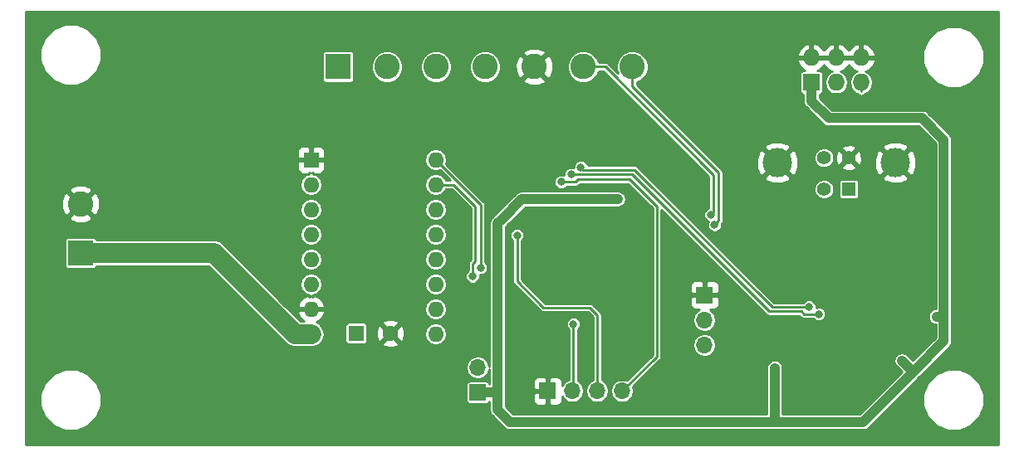
<source format=gbr>
G04 #@! TF.GenerationSoftware,KiCad,Pcbnew,(5.0.0-rc2-dev-647-g0f5eb421b)*
G04 #@! TF.CreationDate,2018-05-07T01:31:26+02:00*
G04 #@! TF.ProjectId,monochromator,6D6F6E6F6368726F6D61746F722E6B69,rev?*
G04 #@! TF.SameCoordinates,Original*
G04 #@! TF.FileFunction,Copper,L2,Bot,Signal*
G04 #@! TF.FilePolarity,Positive*
%FSLAX46Y46*%
G04 Gerber Fmt 4.6, Leading zero omitted, Abs format (unit mm)*
G04 Created by KiCad (PCBNEW (5.0.0-rc2-dev-647-g0f5eb421b)) date 05/07/18 01:31:26*
%MOMM*%
%LPD*%
G01*
G04 APERTURE LIST*
%ADD10R,1.700000X1.700000*%
%ADD11O,1.700000X1.700000*%
%ADD12C,3.000000*%
%ADD13C,1.400000*%
%ADD14R,1.400000X1.400000*%
%ADD15R,1.727200X1.727200*%
%ADD16O,1.727200X1.727200*%
%ADD17R,1.600000X1.600000*%
%ADD18O,1.600000X1.600000*%
%ADD19C,1.600000*%
%ADD20R,2.600000X2.600000*%
%ADD21C,2.600000*%
%ADD22C,0.800000*%
%ADD23C,2.000000*%
%ADD24C,0.500000*%
%ADD25C,0.250000*%
%ADD26C,1.000000*%
%ADD27C,0.254000*%
G04 APERTURE END LIST*
D10*
X153600000Y-99100000D03*
D11*
X156140000Y-99100000D03*
X158680000Y-99100000D03*
X161220000Y-99100000D03*
D12*
X189070000Y-75790000D03*
D13*
X184300000Y-75300000D03*
X181800000Y-75300000D03*
D14*
X184300000Y-78500000D03*
D12*
X177030000Y-75790000D03*
D13*
X181800000Y-78500000D03*
D10*
X169600000Y-89300000D03*
D11*
X169600000Y-91840000D03*
X169600000Y-94380000D03*
D15*
X180500000Y-67600000D03*
D16*
X180500000Y-65060000D03*
X183040000Y-67600000D03*
X183040000Y-65060000D03*
X185580000Y-67600000D03*
X185580000Y-65060000D03*
D17*
X129500000Y-75500000D03*
D18*
X142200000Y-93280000D03*
X129500000Y-78040000D03*
X142200000Y-90740000D03*
X129500000Y-80580000D03*
X142200000Y-88200000D03*
X129500000Y-83120000D03*
X142200000Y-85660000D03*
X129500000Y-85660000D03*
X142200000Y-83120000D03*
X129500000Y-88200000D03*
X142200000Y-80580000D03*
X129500000Y-90740000D03*
X142200000Y-78040000D03*
X129500000Y-93280000D03*
X142200000Y-75500000D03*
D10*
X146500000Y-99250000D03*
D11*
X146500000Y-96710000D03*
D17*
X134100000Y-93200000D03*
D19*
X137600000Y-93200000D03*
D20*
X106000000Y-85000000D03*
D21*
X106000000Y-80000000D03*
D20*
X132250000Y-66000000D03*
D21*
X137250000Y-66000000D03*
X142250000Y-66000000D03*
X147250000Y-66000000D03*
X152250000Y-66000000D03*
X157250000Y-66000000D03*
X162250000Y-66000000D03*
D22*
X156200000Y-87200000D03*
X156200000Y-85700000D03*
X157600000Y-85700000D03*
X157600000Y-87200000D03*
X159200000Y-87200000D03*
X159200000Y-85700000D03*
X157600000Y-84200000D03*
X156200000Y-84200000D03*
X154700000Y-85700000D03*
X154700000Y-87200000D03*
X157600000Y-88700000D03*
X156200000Y-88700000D03*
X154700000Y-88700000D03*
X159200000Y-88700000D03*
X159200000Y-84200000D03*
X154700000Y-84200000D03*
X120800000Y-88900000D03*
X119800000Y-88900000D03*
X118700000Y-88900000D03*
X185750000Y-80500000D03*
X185000000Y-91000000D03*
X186000000Y-91000000D03*
X186000000Y-90000000D03*
X185000000Y-90000000D03*
X115000000Y-65000000D03*
X125000000Y-65000000D03*
X115000000Y-75000000D03*
X125000000Y-75000000D03*
X182749990Y-80250000D03*
X170639742Y-82135980D03*
X170261280Y-81102200D03*
X156250000Y-92250000D03*
X176750000Y-96750000D03*
X189750000Y-96000000D03*
X193250000Y-91500000D03*
X148500000Y-82000000D03*
X160750000Y-79500000D03*
X157000000Y-76250000D03*
X180250000Y-90500000D03*
X181250000Y-91250000D03*
X156009340Y-76989940D03*
X154999998Y-77750000D03*
X150500000Y-83200000D03*
X146800000Y-86524990D03*
X145966180Y-87383620D03*
D23*
X129500000Y-93280000D02*
X127880000Y-93280000D01*
X127880000Y-93280000D02*
X119600000Y-85000000D01*
X119600000Y-85000000D02*
X106000000Y-85000000D01*
D24*
X119800000Y-88900000D02*
X120800000Y-88900000D01*
X118700000Y-88900000D02*
X119800000Y-88900000D01*
D25*
X171039741Y-81735981D02*
X170639742Y-82135980D01*
X171039741Y-76767641D02*
X171039741Y-81735981D01*
X162250000Y-66000000D02*
X162250000Y-67977900D01*
X162250000Y-67977900D02*
X171039741Y-76767641D01*
X170500000Y-80863480D02*
X170261280Y-81102200D01*
X170500000Y-77015300D02*
X170500000Y-80863480D01*
X157250000Y-66000000D02*
X159484700Y-66000000D01*
X159484700Y-66000000D02*
X170500000Y-77015300D01*
X156250000Y-92250000D02*
X156250000Y-98990000D01*
X156250000Y-98990000D02*
X156140000Y-99100000D01*
X156140000Y-92360000D02*
X156250000Y-92250000D01*
D26*
X174750000Y-102250000D02*
X176750000Y-102250000D01*
X176750000Y-97315685D02*
X176750000Y-96750000D01*
X176750000Y-102250000D02*
X176750000Y-97315685D01*
X174750000Y-102250000D02*
X185750000Y-102250000D01*
X149750000Y-102250000D02*
X174750000Y-102250000D01*
X190750000Y-97000000D02*
X189750000Y-96000000D01*
X191000000Y-97000000D02*
X190750000Y-97000000D01*
X191000000Y-97000000D02*
X194000000Y-94000000D01*
X185750000Y-102250000D02*
X191000000Y-97000000D01*
X194000000Y-91500000D02*
X194000000Y-73500000D01*
X194000000Y-94000000D02*
X194000000Y-91500000D01*
X194000000Y-91500000D02*
X193250000Y-91500000D01*
X148500000Y-99500000D02*
X148500000Y-101000000D01*
X148500000Y-82000000D02*
X148500000Y-99500000D01*
X146500000Y-99250000D02*
X148350000Y-99250000D01*
X148350000Y-99250000D02*
X148500000Y-99400000D01*
X148500000Y-99400000D02*
X148500000Y-99500000D01*
X148500000Y-101000000D02*
X149750000Y-102250000D01*
X160750000Y-79500000D02*
X151000000Y-79500000D01*
X151000000Y-79500000D02*
X148899999Y-81600001D01*
X148899999Y-81600001D02*
X148500000Y-82000000D01*
X182250000Y-71250000D02*
X180500000Y-69500000D01*
X180500000Y-69500000D02*
X180500000Y-67600000D01*
X191750000Y-71250000D02*
X182250000Y-71250000D01*
X194000000Y-73500000D02*
X191750000Y-71250000D01*
D25*
X185580000Y-68520000D02*
X185580000Y-67600000D01*
X180250000Y-90500000D02*
X176500000Y-90500000D01*
X157250000Y-76500000D02*
X157000000Y-76250000D01*
X176500000Y-90500000D02*
X162500000Y-76500000D01*
X162500000Y-76500000D02*
X157250000Y-76500000D01*
X156575025Y-76989940D02*
X156009340Y-76989940D01*
X162239940Y-76989940D02*
X156575025Y-76989940D01*
X176200010Y-90950010D02*
X162239940Y-76989940D01*
X179450010Y-90950010D02*
X176200010Y-90950010D01*
X179750000Y-91250000D02*
X179450010Y-90950010D01*
X181250000Y-91250000D02*
X179750000Y-91250000D01*
X162000000Y-77500000D02*
X156750000Y-77500000D01*
X164750000Y-80250000D02*
X162000000Y-77500000D01*
X164750000Y-95570000D02*
X164750000Y-80250000D01*
X161220000Y-99100000D02*
X164750000Y-95570000D01*
X156750000Y-77500000D02*
X156500000Y-77750000D01*
X156500000Y-77750000D02*
X154999998Y-77750000D01*
X153200000Y-90600000D02*
X150500000Y-87900000D01*
X150500000Y-87900000D02*
X150500000Y-83200000D01*
X158680000Y-91380000D02*
X157900000Y-90600000D01*
X157900000Y-90600000D02*
X153200000Y-90600000D01*
X158680000Y-99100000D02*
X158680000Y-91380000D01*
X146800000Y-80100000D02*
X146800000Y-86524990D01*
X142200000Y-75500000D02*
X146800000Y-80100000D01*
X144040000Y-78040000D02*
X142200000Y-78040000D01*
X146250000Y-80250000D02*
X144040000Y-78040000D01*
X146250000Y-85849990D02*
X146250000Y-80250000D01*
X145966180Y-87383620D02*
X145966180Y-86133810D01*
X145966180Y-86133810D02*
X146250000Y-85849990D01*
D27*
G36*
X199598001Y-104598000D02*
X100402000Y-104598000D01*
X100402000Y-99378001D01*
X101873000Y-99378001D01*
X101873000Y-100621999D01*
X102349057Y-101771303D01*
X103228697Y-102650943D01*
X104378001Y-103127000D01*
X105621999Y-103127000D01*
X106771303Y-102650943D01*
X107650943Y-101771303D01*
X108127000Y-100621999D01*
X108127000Y-99378001D01*
X107650943Y-98228697D01*
X106771303Y-97349057D01*
X105621999Y-96873000D01*
X104378001Y-96873000D01*
X103228697Y-97349057D01*
X102349057Y-98228697D01*
X101873000Y-99378001D01*
X100402000Y-99378001D01*
X100402000Y-96710000D01*
X145299942Y-96710000D01*
X145391291Y-97169242D01*
X145651431Y-97558569D01*
X146040758Y-97818709D01*
X146384080Y-97887000D01*
X146615920Y-97887000D01*
X146959242Y-97818709D01*
X147348569Y-97558569D01*
X147608709Y-97169242D01*
X147673001Y-96846025D01*
X147673001Y-98347690D01*
X147658027Y-98272411D01*
X147585754Y-98164246D01*
X147477589Y-98091973D01*
X147350000Y-98066594D01*
X145650000Y-98066594D01*
X145522411Y-98091973D01*
X145414246Y-98164246D01*
X145341973Y-98272411D01*
X145316594Y-98400000D01*
X145316594Y-100100000D01*
X145341973Y-100227589D01*
X145414246Y-100335754D01*
X145522411Y-100408027D01*
X145650000Y-100433406D01*
X147350000Y-100433406D01*
X147477589Y-100408027D01*
X147585754Y-100335754D01*
X147658027Y-100227589D01*
X147673000Y-100152312D01*
X147673001Y-100918552D01*
X147656800Y-101000000D01*
X147720984Y-101322678D01*
X147720985Y-101322679D01*
X147903768Y-101596233D01*
X147972817Y-101642370D01*
X149107630Y-102777183D01*
X149153767Y-102846233D01*
X149427321Y-103029016D01*
X149668552Y-103077000D01*
X149668556Y-103077000D01*
X149750000Y-103093200D01*
X149831444Y-103077000D01*
X176668552Y-103077000D01*
X176750000Y-103093201D01*
X176831447Y-103077000D01*
X185668556Y-103077000D01*
X185750000Y-103093200D01*
X185831444Y-103077000D01*
X185831448Y-103077000D01*
X186072679Y-103029016D01*
X186346233Y-102846233D01*
X186392372Y-102777181D01*
X189791553Y-99378001D01*
X191873000Y-99378001D01*
X191873000Y-100621999D01*
X192349057Y-101771303D01*
X193228697Y-102650943D01*
X194378001Y-103127000D01*
X195621999Y-103127000D01*
X196771303Y-102650943D01*
X197650943Y-101771303D01*
X198127000Y-100621999D01*
X198127000Y-99378001D01*
X197650943Y-98228697D01*
X196771303Y-97349057D01*
X195621999Y-96873000D01*
X194378001Y-96873000D01*
X193228697Y-97349057D01*
X192349057Y-98228697D01*
X191873000Y-99378001D01*
X189791553Y-99378001D01*
X191527187Y-97642368D01*
X191596233Y-97596233D01*
X191642372Y-97527181D01*
X194527184Y-94642370D01*
X194596233Y-94596233D01*
X194779016Y-94322679D01*
X194827000Y-94081448D01*
X194827000Y-94081447D01*
X194843201Y-94000000D01*
X194827000Y-93918552D01*
X194827000Y-91581447D01*
X194843201Y-91500000D01*
X194827000Y-91418552D01*
X194827000Y-73581448D01*
X194843201Y-73500000D01*
X194779016Y-73177321D01*
X194642370Y-72972815D01*
X194642368Y-72972813D01*
X194596233Y-72903767D01*
X194527186Y-72857632D01*
X192392372Y-70722819D01*
X192346233Y-70653767D01*
X192072679Y-70470984D01*
X191831448Y-70423000D01*
X191831444Y-70423000D01*
X191750000Y-70406800D01*
X191668556Y-70423000D01*
X182592554Y-70423000D01*
X181327000Y-69157447D01*
X181327000Y-68797006D01*
X181363600Y-68797006D01*
X181491189Y-68771627D01*
X181599354Y-68699354D01*
X181671627Y-68591189D01*
X181697006Y-68463600D01*
X181697006Y-66736400D01*
X181671627Y-66608811D01*
X181599354Y-66500646D01*
X181491189Y-66428373D01*
X181363600Y-66402994D01*
X181129347Y-66402994D01*
X181274947Y-66342688D01*
X181706821Y-65948490D01*
X181770000Y-65813687D01*
X181833179Y-65948490D01*
X182265053Y-66342688D01*
X182587241Y-66476135D01*
X182575451Y-66478480D01*
X182181625Y-66741625D01*
X181918480Y-67135451D01*
X181826075Y-67600000D01*
X181918480Y-68064549D01*
X182181625Y-68458375D01*
X182575451Y-68721520D01*
X182922738Y-68790600D01*
X183157262Y-68790600D01*
X183504549Y-68721520D01*
X183898375Y-68458375D01*
X184161520Y-68064549D01*
X184253925Y-67600000D01*
X184161520Y-67135451D01*
X183898375Y-66741625D01*
X183504549Y-66478480D01*
X183492759Y-66476135D01*
X183814947Y-66342688D01*
X184246821Y-65948490D01*
X184310000Y-65813687D01*
X184373179Y-65948490D01*
X184805053Y-66342688D01*
X185127241Y-66476135D01*
X185115451Y-66478480D01*
X184721625Y-66741625D01*
X184458480Y-67135451D01*
X184366075Y-67600000D01*
X184458480Y-68064549D01*
X184721625Y-68458375D01*
X185115451Y-68721520D01*
X185179556Y-68734271D01*
X185254126Y-68845874D01*
X185403638Y-68945775D01*
X185580000Y-68980855D01*
X185756361Y-68945775D01*
X185905874Y-68845874D01*
X185980445Y-68734271D01*
X186044549Y-68721520D01*
X186438375Y-68458375D01*
X186701520Y-68064549D01*
X186793925Y-67600000D01*
X186701520Y-67135451D01*
X186438375Y-66741625D01*
X186044549Y-66478480D01*
X186032759Y-66476135D01*
X186354947Y-66342688D01*
X186786821Y-65948490D01*
X187034968Y-65419027D01*
X186914469Y-65187000D01*
X185707000Y-65187000D01*
X185707000Y-65207000D01*
X185453000Y-65207000D01*
X185453000Y-65187000D01*
X183167000Y-65187000D01*
X183167000Y-65207000D01*
X182913000Y-65207000D01*
X182913000Y-65187000D01*
X180627000Y-65187000D01*
X180627000Y-65207000D01*
X180373000Y-65207000D01*
X180373000Y-65187000D01*
X179165531Y-65187000D01*
X179045032Y-65419027D01*
X179293179Y-65948490D01*
X179725053Y-66342688D01*
X179870653Y-66402994D01*
X179636400Y-66402994D01*
X179508811Y-66428373D01*
X179400646Y-66500646D01*
X179328373Y-66608811D01*
X179302994Y-66736400D01*
X179302994Y-68463600D01*
X179328373Y-68591189D01*
X179400646Y-68699354D01*
X179508811Y-68771627D01*
X179636400Y-68797006D01*
X179673000Y-68797006D01*
X179673000Y-69418556D01*
X179656800Y-69500000D01*
X179673000Y-69581444D01*
X179673000Y-69581447D01*
X179720984Y-69822678D01*
X179903767Y-70096233D01*
X179972819Y-70142372D01*
X181607630Y-71777184D01*
X181653767Y-71846233D01*
X181927321Y-72029016D01*
X182168552Y-72077000D01*
X182168556Y-72077000D01*
X182250000Y-72093200D01*
X182331444Y-72077000D01*
X191407447Y-72077000D01*
X193173001Y-73842556D01*
X193173000Y-90673000D01*
X193168552Y-90673000D01*
X192927321Y-90720984D01*
X192653767Y-90903767D01*
X192470984Y-91177321D01*
X192406799Y-91500000D01*
X192470984Y-91822679D01*
X192653767Y-92096233D01*
X192927321Y-92279016D01*
X193168552Y-92327000D01*
X193173001Y-92327000D01*
X193173000Y-93657446D01*
X190875000Y-95955446D01*
X190277184Y-95357631D01*
X190072678Y-95220984D01*
X189750000Y-95156800D01*
X189427322Y-95220984D01*
X189153767Y-95403767D01*
X188970984Y-95677322D01*
X188906800Y-96000000D01*
X188970984Y-96322678D01*
X189107631Y-96527184D01*
X189705446Y-97125000D01*
X185407447Y-101423000D01*
X177577000Y-101423000D01*
X177577000Y-96668552D01*
X177529016Y-96427321D01*
X177346233Y-96153767D01*
X177072679Y-95970984D01*
X176750000Y-95906799D01*
X176427322Y-95970984D01*
X176153768Y-96153767D01*
X175970984Y-96427321D01*
X175923000Y-96668552D01*
X175923000Y-97397132D01*
X175923001Y-97397137D01*
X175923000Y-101423000D01*
X150092554Y-101423000D01*
X149327000Y-100657447D01*
X149327000Y-99481442D01*
X149343200Y-99399999D01*
X149340366Y-99385750D01*
X152115000Y-99385750D01*
X152115000Y-100076309D01*
X152211673Y-100309698D01*
X152390301Y-100488327D01*
X152623690Y-100585000D01*
X153314250Y-100585000D01*
X153473000Y-100426250D01*
X153473000Y-99227000D01*
X152273750Y-99227000D01*
X152115000Y-99385750D01*
X149340366Y-99385750D01*
X149327000Y-99318557D01*
X149327000Y-98123691D01*
X152115000Y-98123691D01*
X152115000Y-98814250D01*
X152273750Y-98973000D01*
X153473000Y-98973000D01*
X153473000Y-97773750D01*
X153727000Y-97773750D01*
X153727000Y-98973000D01*
X153747000Y-98973000D01*
X153747000Y-99227000D01*
X153727000Y-99227000D01*
X153727000Y-100426250D01*
X153885750Y-100585000D01*
X154576310Y-100585000D01*
X154809699Y-100488327D01*
X154988327Y-100309698D01*
X155085000Y-100076309D01*
X155085000Y-99639623D01*
X155291431Y-99948569D01*
X155680758Y-100208709D01*
X156024080Y-100277000D01*
X156255920Y-100277000D01*
X156599242Y-100208709D01*
X156988569Y-99948569D01*
X157248709Y-99559242D01*
X157340058Y-99100000D01*
X157248709Y-98640758D01*
X156988569Y-98251431D01*
X156702000Y-98059952D01*
X156702000Y-92826134D01*
X156866321Y-92661813D01*
X156977000Y-92394609D01*
X156977000Y-92105391D01*
X156866321Y-91838187D01*
X156661813Y-91633679D01*
X156394609Y-91523000D01*
X156105391Y-91523000D01*
X155838187Y-91633679D01*
X155633679Y-91838187D01*
X155523000Y-92105391D01*
X155523000Y-92394609D01*
X155633679Y-92661813D01*
X155798000Y-92826134D01*
X155798001Y-97967970D01*
X155680758Y-97991291D01*
X155291431Y-98251431D01*
X155085000Y-98560377D01*
X155085000Y-98123691D01*
X154988327Y-97890302D01*
X154809699Y-97711673D01*
X154576310Y-97615000D01*
X153885750Y-97615000D01*
X153727000Y-97773750D01*
X153473000Y-97773750D01*
X153314250Y-97615000D01*
X152623690Y-97615000D01*
X152390301Y-97711673D01*
X152211673Y-97890302D01*
X152115000Y-98123691D01*
X149327000Y-98123691D01*
X149327000Y-83055391D01*
X149773000Y-83055391D01*
X149773000Y-83344609D01*
X149883679Y-83611813D01*
X150048001Y-83776135D01*
X150048000Y-87855482D01*
X150039145Y-87900000D01*
X150048000Y-87944517D01*
X150074225Y-88076361D01*
X150174126Y-88225874D01*
X150211869Y-88251093D01*
X152848908Y-90888133D01*
X152874126Y-90925874D01*
X152911866Y-90951091D01*
X153023638Y-91025775D01*
X153200000Y-91060855D01*
X153244518Y-91052000D01*
X157712776Y-91052000D01*
X158228001Y-91567225D01*
X158228000Y-97989850D01*
X158220758Y-97991291D01*
X157831431Y-98251431D01*
X157571291Y-98640758D01*
X157479942Y-99100000D01*
X157571291Y-99559242D01*
X157831431Y-99948569D01*
X158220758Y-100208709D01*
X158564080Y-100277000D01*
X158795920Y-100277000D01*
X159139242Y-100208709D01*
X159528569Y-99948569D01*
X159788709Y-99559242D01*
X159880058Y-99100000D01*
X159788709Y-98640758D01*
X159528569Y-98251431D01*
X159139242Y-97991291D01*
X159132000Y-97989850D01*
X159132000Y-91424518D01*
X159140855Y-91380000D01*
X159105775Y-91203638D01*
X159054147Y-91126372D01*
X159005874Y-91054126D01*
X158968131Y-91028907D01*
X158251093Y-90311869D01*
X158225874Y-90274126D01*
X158076362Y-90174225D01*
X157944518Y-90148000D01*
X157900000Y-90139145D01*
X157855482Y-90148000D01*
X153387225Y-90148000D01*
X150952000Y-87712776D01*
X150952000Y-83776134D01*
X151116321Y-83611813D01*
X151227000Y-83344609D01*
X151227000Y-83055391D01*
X151116321Y-82788187D01*
X150911813Y-82583679D01*
X150644609Y-82473000D01*
X150355391Y-82473000D01*
X150088187Y-82583679D01*
X149883679Y-82788187D01*
X149773000Y-83055391D01*
X149327000Y-83055391D01*
X149327000Y-82342553D01*
X149542368Y-82127185D01*
X151342554Y-80327000D01*
X160831448Y-80327000D01*
X161072679Y-80279016D01*
X161346233Y-80096233D01*
X161529016Y-79822679D01*
X161593201Y-79500000D01*
X161529016Y-79177321D01*
X161346233Y-78903767D01*
X161072679Y-78720984D01*
X160831448Y-78673000D01*
X151081444Y-78673000D01*
X151000000Y-78656800D01*
X150918556Y-78673000D01*
X150918552Y-78673000D01*
X150677321Y-78720984D01*
X150403767Y-78903767D01*
X150357630Y-78972816D01*
X148372815Y-80957632D01*
X147972819Y-81357628D01*
X147903767Y-81403767D01*
X147720984Y-81677322D01*
X147673000Y-81918553D01*
X147673000Y-81918556D01*
X147656800Y-82000000D01*
X147673000Y-82081444D01*
X147673001Y-96573975D01*
X147608709Y-96250758D01*
X147348569Y-95861431D01*
X146959242Y-95601291D01*
X146615920Y-95533000D01*
X146384080Y-95533000D01*
X146040758Y-95601291D01*
X145651431Y-95861431D01*
X145391291Y-96250758D01*
X145299942Y-96710000D01*
X100402000Y-96710000D01*
X100402000Y-83700000D01*
X104366594Y-83700000D01*
X104366594Y-86300000D01*
X104391973Y-86427589D01*
X104464246Y-86535754D01*
X104572411Y-86608027D01*
X104700000Y-86633406D01*
X107300000Y-86633406D01*
X107427589Y-86608027D01*
X107535754Y-86535754D01*
X107608027Y-86427589D01*
X107628035Y-86327000D01*
X119050340Y-86327000D01*
X126849254Y-94125915D01*
X126923287Y-94236713D01*
X127362230Y-94530006D01*
X127749304Y-94607000D01*
X127749307Y-94607000D01*
X127879999Y-94632996D01*
X128010691Y-94607000D01*
X129630696Y-94607000D01*
X130017770Y-94530006D01*
X130456713Y-94236713D01*
X130750006Y-93797770D01*
X130852997Y-93280000D01*
X130750006Y-92762230D01*
X130507972Y-92400000D01*
X132966594Y-92400000D01*
X132966594Y-94000000D01*
X132991973Y-94127589D01*
X133064246Y-94235754D01*
X133172411Y-94308027D01*
X133300000Y-94333406D01*
X134900000Y-94333406D01*
X135027589Y-94308027D01*
X135135754Y-94235754D01*
X135154468Y-94207745D01*
X136771861Y-94207745D01*
X136845995Y-94453864D01*
X137383223Y-94646965D01*
X137953454Y-94619778D01*
X138354005Y-94453864D01*
X138428139Y-94207745D01*
X137600000Y-93379605D01*
X136771861Y-94207745D01*
X135154468Y-94207745D01*
X135208027Y-94127589D01*
X135233406Y-94000000D01*
X135233406Y-92983223D01*
X136153035Y-92983223D01*
X136180222Y-93553454D01*
X136346136Y-93954005D01*
X136592255Y-94028139D01*
X137420395Y-93200000D01*
X137779605Y-93200000D01*
X138607745Y-94028139D01*
X138853864Y-93954005D01*
X139046965Y-93416777D01*
X139040444Y-93280000D01*
X141050921Y-93280000D01*
X141138389Y-93719733D01*
X141387478Y-94092522D01*
X141760267Y-94341611D01*
X142089001Y-94407000D01*
X142310999Y-94407000D01*
X142639733Y-94341611D01*
X143012522Y-94092522D01*
X143261611Y-93719733D01*
X143349079Y-93280000D01*
X143261611Y-92840267D01*
X143012522Y-92467478D01*
X142639733Y-92218389D01*
X142310999Y-92153000D01*
X142089001Y-92153000D01*
X141760267Y-92218389D01*
X141387478Y-92467478D01*
X141138389Y-92840267D01*
X141050921Y-93280000D01*
X139040444Y-93280000D01*
X139019778Y-92846546D01*
X138853864Y-92445995D01*
X138607745Y-92371861D01*
X137779605Y-93200000D01*
X137420395Y-93200000D01*
X136592255Y-92371861D01*
X136346136Y-92445995D01*
X136153035Y-92983223D01*
X135233406Y-92983223D01*
X135233406Y-92400000D01*
X135208027Y-92272411D01*
X135154469Y-92192255D01*
X136771861Y-92192255D01*
X137600000Y-93020395D01*
X138428139Y-92192255D01*
X138354005Y-91946136D01*
X137816777Y-91753035D01*
X137246546Y-91780222D01*
X136845995Y-91946136D01*
X136771861Y-92192255D01*
X135154469Y-92192255D01*
X135135754Y-92164246D01*
X135027589Y-92091973D01*
X134900000Y-92066594D01*
X133300000Y-92066594D01*
X133172411Y-92091973D01*
X133064246Y-92164246D01*
X132991973Y-92272411D01*
X132966594Y-92400000D01*
X130507972Y-92400000D01*
X130456713Y-92323287D01*
X130037099Y-92042909D01*
X130355134Y-91892389D01*
X130731041Y-91477423D01*
X130891904Y-91089039D01*
X130769915Y-90867000D01*
X129627000Y-90867000D01*
X129627000Y-90887000D01*
X129373000Y-90887000D01*
X129373000Y-90867000D01*
X128230085Y-90867000D01*
X128108096Y-91089039D01*
X128268959Y-91477423D01*
X128644866Y-91892389D01*
X128772931Y-91953000D01*
X128429661Y-91953000D01*
X127216661Y-90740000D01*
X141050921Y-90740000D01*
X141138389Y-91179733D01*
X141387478Y-91552522D01*
X141760267Y-91801611D01*
X142089001Y-91867000D01*
X142310999Y-91867000D01*
X142639733Y-91801611D01*
X143012522Y-91552522D01*
X143261611Y-91179733D01*
X143349079Y-90740000D01*
X143261611Y-90300267D01*
X143012522Y-89927478D01*
X142639733Y-89678389D01*
X142310999Y-89613000D01*
X142089001Y-89613000D01*
X141760267Y-89678389D01*
X141387478Y-89927478D01*
X141138389Y-90300267D01*
X141050921Y-90740000D01*
X127216661Y-90740000D01*
X126867622Y-90390961D01*
X128108096Y-90390961D01*
X128230085Y-90613000D01*
X129373000Y-90613000D01*
X129373000Y-90593000D01*
X129627000Y-90593000D01*
X129627000Y-90613000D01*
X130769915Y-90613000D01*
X130891904Y-90390961D01*
X130731041Y-90002577D01*
X130355134Y-89587611D01*
X129849041Y-89348086D01*
X129627002Y-89469370D01*
X129627002Y-89323817D01*
X129939733Y-89261611D01*
X130312522Y-89012522D01*
X130561611Y-88639733D01*
X130649079Y-88200000D01*
X141050921Y-88200000D01*
X141138389Y-88639733D01*
X141387478Y-89012522D01*
X141760267Y-89261611D01*
X142089001Y-89327000D01*
X142310999Y-89327000D01*
X142639733Y-89261611D01*
X143012522Y-89012522D01*
X143261611Y-88639733D01*
X143349079Y-88200000D01*
X143261611Y-87760267D01*
X143012522Y-87387478D01*
X142639733Y-87138389D01*
X142310999Y-87073000D01*
X142089001Y-87073000D01*
X141760267Y-87138389D01*
X141387478Y-87387478D01*
X141138389Y-87760267D01*
X141050921Y-88200000D01*
X130649079Y-88200000D01*
X130561611Y-87760267D01*
X130312522Y-87387478D01*
X129939733Y-87138389D01*
X129610999Y-87073000D01*
X129389001Y-87073000D01*
X129060267Y-87138389D01*
X128687478Y-87387478D01*
X128438389Y-87760267D01*
X128350921Y-88200000D01*
X128438389Y-88639733D01*
X128687478Y-89012522D01*
X129060267Y-89261611D01*
X129372998Y-89323817D01*
X129372998Y-89469370D01*
X129150959Y-89348086D01*
X128644866Y-89587611D01*
X128268959Y-90002577D01*
X128108096Y-90390961D01*
X126867622Y-90390961D01*
X122136661Y-85660000D01*
X128350921Y-85660000D01*
X128438389Y-86099733D01*
X128687478Y-86472522D01*
X129060267Y-86721611D01*
X129389001Y-86787000D01*
X129610999Y-86787000D01*
X129939733Y-86721611D01*
X130312522Y-86472522D01*
X130561611Y-86099733D01*
X130649079Y-85660000D01*
X141050921Y-85660000D01*
X141138389Y-86099733D01*
X141387478Y-86472522D01*
X141760267Y-86721611D01*
X142089001Y-86787000D01*
X142310999Y-86787000D01*
X142639733Y-86721611D01*
X143012522Y-86472522D01*
X143261611Y-86099733D01*
X143349079Y-85660000D01*
X143261611Y-85220267D01*
X143012522Y-84847478D01*
X142639733Y-84598389D01*
X142310999Y-84533000D01*
X142089001Y-84533000D01*
X141760267Y-84598389D01*
X141387478Y-84847478D01*
X141138389Y-85220267D01*
X141050921Y-85660000D01*
X130649079Y-85660000D01*
X130561611Y-85220267D01*
X130312522Y-84847478D01*
X129939733Y-84598389D01*
X129610999Y-84533000D01*
X129389001Y-84533000D01*
X129060267Y-84598389D01*
X128687478Y-84847478D01*
X128438389Y-85220267D01*
X128350921Y-85660000D01*
X122136661Y-85660000D01*
X120630748Y-84154088D01*
X120556713Y-84043287D01*
X120117770Y-83749994D01*
X119730696Y-83673000D01*
X119730692Y-83673000D01*
X119600000Y-83647004D01*
X119469308Y-83673000D01*
X107628035Y-83673000D01*
X107608027Y-83572411D01*
X107535754Y-83464246D01*
X107427589Y-83391973D01*
X107300000Y-83366594D01*
X104700000Y-83366594D01*
X104572411Y-83391973D01*
X104464246Y-83464246D01*
X104391973Y-83572411D01*
X104366594Y-83700000D01*
X100402000Y-83700000D01*
X100402000Y-83120000D01*
X128350921Y-83120000D01*
X128438389Y-83559733D01*
X128687478Y-83932522D01*
X129060267Y-84181611D01*
X129389001Y-84247000D01*
X129610999Y-84247000D01*
X129939733Y-84181611D01*
X130312522Y-83932522D01*
X130561611Y-83559733D01*
X130649079Y-83120000D01*
X141050921Y-83120000D01*
X141138389Y-83559733D01*
X141387478Y-83932522D01*
X141760267Y-84181611D01*
X142089001Y-84247000D01*
X142310999Y-84247000D01*
X142639733Y-84181611D01*
X143012522Y-83932522D01*
X143261611Y-83559733D01*
X143349079Y-83120000D01*
X143261611Y-82680267D01*
X143012522Y-82307478D01*
X142639733Y-82058389D01*
X142310999Y-81993000D01*
X142089001Y-81993000D01*
X141760267Y-82058389D01*
X141387478Y-82307478D01*
X141138389Y-82680267D01*
X141050921Y-83120000D01*
X130649079Y-83120000D01*
X130561611Y-82680267D01*
X130312522Y-82307478D01*
X129939733Y-82058389D01*
X129610999Y-81993000D01*
X129389001Y-81993000D01*
X129060267Y-82058389D01*
X128687478Y-82307478D01*
X128438389Y-82680267D01*
X128350921Y-83120000D01*
X100402000Y-83120000D01*
X100402000Y-81369459D01*
X104810146Y-81369459D01*
X104945504Y-81667455D01*
X105663880Y-81944066D01*
X106433427Y-81924710D01*
X107054496Y-81667455D01*
X107189854Y-81369459D01*
X106000000Y-80179605D01*
X104810146Y-81369459D01*
X100402000Y-81369459D01*
X100402000Y-79663880D01*
X104055934Y-79663880D01*
X104075290Y-80433427D01*
X104332545Y-81054496D01*
X104630541Y-81189854D01*
X105820395Y-80000000D01*
X106179605Y-80000000D01*
X107369459Y-81189854D01*
X107667455Y-81054496D01*
X107850159Y-80580000D01*
X128350921Y-80580000D01*
X128438389Y-81019733D01*
X128687478Y-81392522D01*
X129060267Y-81641611D01*
X129389001Y-81707000D01*
X129610999Y-81707000D01*
X129939733Y-81641611D01*
X130312522Y-81392522D01*
X130561611Y-81019733D01*
X130649079Y-80580000D01*
X141050921Y-80580000D01*
X141138389Y-81019733D01*
X141387478Y-81392522D01*
X141760267Y-81641611D01*
X142089001Y-81707000D01*
X142310999Y-81707000D01*
X142639733Y-81641611D01*
X143012522Y-81392522D01*
X143261611Y-81019733D01*
X143349079Y-80580000D01*
X143261611Y-80140267D01*
X143012522Y-79767478D01*
X142639733Y-79518389D01*
X142310999Y-79453000D01*
X142089001Y-79453000D01*
X141760267Y-79518389D01*
X141387478Y-79767478D01*
X141138389Y-80140267D01*
X141050921Y-80580000D01*
X130649079Y-80580000D01*
X130561611Y-80140267D01*
X130312522Y-79767478D01*
X129939733Y-79518389D01*
X129610999Y-79453000D01*
X129389001Y-79453000D01*
X129060267Y-79518389D01*
X128687478Y-79767478D01*
X128438389Y-80140267D01*
X128350921Y-80580000D01*
X107850159Y-80580000D01*
X107944066Y-80336120D01*
X107924710Y-79566573D01*
X107667455Y-78945504D01*
X107369459Y-78810146D01*
X106179605Y-80000000D01*
X105820395Y-80000000D01*
X104630541Y-78810146D01*
X104332545Y-78945504D01*
X104055934Y-79663880D01*
X100402000Y-79663880D01*
X100402000Y-78630541D01*
X104810146Y-78630541D01*
X106000000Y-79820395D01*
X107189854Y-78630541D01*
X107054496Y-78332545D01*
X106336120Y-78055934D01*
X105566573Y-78075290D01*
X104945504Y-78332545D01*
X104810146Y-78630541D01*
X100402000Y-78630541D01*
X100402000Y-75785750D01*
X128065000Y-75785750D01*
X128065000Y-76426310D01*
X128161673Y-76659699D01*
X128340302Y-76838327D01*
X128573691Y-76935000D01*
X129214250Y-76935000D01*
X129372998Y-76776252D01*
X129372998Y-76916183D01*
X129060267Y-76978389D01*
X128687478Y-77227478D01*
X128438389Y-77600267D01*
X128350921Y-78040000D01*
X128438389Y-78479733D01*
X128687478Y-78852522D01*
X129060267Y-79101611D01*
X129389001Y-79167000D01*
X129610999Y-79167000D01*
X129939733Y-79101611D01*
X130312522Y-78852522D01*
X130561611Y-78479733D01*
X130649079Y-78040000D01*
X130561611Y-77600267D01*
X130312522Y-77227478D01*
X129939733Y-76978389D01*
X129627002Y-76916183D01*
X129627002Y-76776252D01*
X129785750Y-76935000D01*
X130426309Y-76935000D01*
X130659698Y-76838327D01*
X130838327Y-76659699D01*
X130935000Y-76426310D01*
X130935000Y-75785750D01*
X130776250Y-75627000D01*
X129627000Y-75627000D01*
X129627000Y-75647000D01*
X129373000Y-75647000D01*
X129373000Y-75627000D01*
X128223750Y-75627000D01*
X128065000Y-75785750D01*
X100402000Y-75785750D01*
X100402000Y-75500000D01*
X141050921Y-75500000D01*
X141138389Y-75939733D01*
X141387478Y-76312522D01*
X141760267Y-76561611D01*
X142089001Y-76627000D01*
X142310999Y-76627000D01*
X142625265Y-76564489D01*
X143648776Y-77588000D01*
X143253414Y-77588000D01*
X143012522Y-77227478D01*
X142639733Y-76978389D01*
X142310999Y-76913000D01*
X142089001Y-76913000D01*
X141760267Y-76978389D01*
X141387478Y-77227478D01*
X141138389Y-77600267D01*
X141050921Y-78040000D01*
X141138389Y-78479733D01*
X141387478Y-78852522D01*
X141760267Y-79101611D01*
X142089001Y-79167000D01*
X142310999Y-79167000D01*
X142639733Y-79101611D01*
X143012522Y-78852522D01*
X143253414Y-78492000D01*
X143852776Y-78492000D01*
X145798001Y-80437226D01*
X145798000Y-85662766D01*
X145678047Y-85782719D01*
X145640307Y-85807936D01*
X145615090Y-85845676D01*
X145615089Y-85845677D01*
X145540405Y-85957449D01*
X145505325Y-86133810D01*
X145514181Y-86178332D01*
X145514180Y-86807486D01*
X145349859Y-86971807D01*
X145239180Y-87239011D01*
X145239180Y-87528229D01*
X145349859Y-87795433D01*
X145554367Y-87999941D01*
X145821571Y-88110620D01*
X146110789Y-88110620D01*
X146377993Y-87999941D01*
X146582501Y-87795433D01*
X146693180Y-87528229D01*
X146693180Y-87251990D01*
X146944609Y-87251990D01*
X147211813Y-87141311D01*
X147416321Y-86936803D01*
X147527000Y-86669599D01*
X147527000Y-86380381D01*
X147416321Y-86113177D01*
X147252000Y-85948856D01*
X147252000Y-80144516D01*
X147260855Y-80099999D01*
X147240964Y-80000000D01*
X147225775Y-79923638D01*
X147125874Y-79774126D01*
X147088131Y-79748907D01*
X144944615Y-77605391D01*
X154272998Y-77605391D01*
X154272998Y-77894609D01*
X154383677Y-78161813D01*
X154588185Y-78366321D01*
X154855389Y-78477000D01*
X155144607Y-78477000D01*
X155411811Y-78366321D01*
X155576132Y-78202000D01*
X156455482Y-78202000D01*
X156500000Y-78210855D01*
X156544518Y-78202000D01*
X156676362Y-78175775D01*
X156825874Y-78075874D01*
X156851094Y-78038130D01*
X156937224Y-77952000D01*
X161812776Y-77952000D01*
X164298001Y-80437226D01*
X164298000Y-95382775D01*
X161685382Y-97995394D01*
X161679242Y-97991291D01*
X161335920Y-97923000D01*
X161104080Y-97923000D01*
X160760758Y-97991291D01*
X160371431Y-98251431D01*
X160111291Y-98640758D01*
X160019942Y-99100000D01*
X160111291Y-99559242D01*
X160371431Y-99948569D01*
X160760758Y-100208709D01*
X161104080Y-100277000D01*
X161335920Y-100277000D01*
X161679242Y-100208709D01*
X162068569Y-99948569D01*
X162328709Y-99559242D01*
X162420058Y-99100000D01*
X162328709Y-98640758D01*
X162324606Y-98634618D01*
X165038134Y-95921091D01*
X165075874Y-95895874D01*
X165175775Y-95746362D01*
X165202000Y-95614518D01*
X165202000Y-95614517D01*
X165210855Y-95570000D01*
X165202000Y-95525482D01*
X165202000Y-94380000D01*
X168399942Y-94380000D01*
X168491291Y-94839242D01*
X168751431Y-95228569D01*
X169140758Y-95488709D01*
X169484080Y-95557000D01*
X169715920Y-95557000D01*
X170059242Y-95488709D01*
X170448569Y-95228569D01*
X170708709Y-94839242D01*
X170800058Y-94380000D01*
X170708709Y-93920758D01*
X170448569Y-93531431D01*
X170059242Y-93271291D01*
X169715920Y-93203000D01*
X169484080Y-93203000D01*
X169140758Y-93271291D01*
X168751431Y-93531431D01*
X168491291Y-93920758D01*
X168399942Y-94380000D01*
X165202000Y-94380000D01*
X165202000Y-89585750D01*
X168115000Y-89585750D01*
X168115000Y-90276310D01*
X168211673Y-90509699D01*
X168390302Y-90688327D01*
X168623691Y-90785000D01*
X169060377Y-90785000D01*
X168751431Y-90991431D01*
X168491291Y-91380758D01*
X168399942Y-91840000D01*
X168491291Y-92299242D01*
X168751431Y-92688569D01*
X169140758Y-92948709D01*
X169484080Y-93017000D01*
X169715920Y-93017000D01*
X170059242Y-92948709D01*
X170448569Y-92688569D01*
X170708709Y-92299242D01*
X170800058Y-91840000D01*
X170708709Y-91380758D01*
X170448569Y-90991431D01*
X170139623Y-90785000D01*
X170576309Y-90785000D01*
X170809698Y-90688327D01*
X170988327Y-90509699D01*
X171085000Y-90276310D01*
X171085000Y-89585750D01*
X170926250Y-89427000D01*
X169727000Y-89427000D01*
X169727000Y-89447000D01*
X169473000Y-89447000D01*
X169473000Y-89427000D01*
X168273750Y-89427000D01*
X168115000Y-89585750D01*
X165202000Y-89585750D01*
X165202000Y-88323690D01*
X168115000Y-88323690D01*
X168115000Y-89014250D01*
X168273750Y-89173000D01*
X169473000Y-89173000D01*
X169473000Y-87973750D01*
X169727000Y-87973750D01*
X169727000Y-89173000D01*
X170926250Y-89173000D01*
X171085000Y-89014250D01*
X171085000Y-88323690D01*
X170988327Y-88090301D01*
X170809698Y-87911673D01*
X170576309Y-87815000D01*
X169885750Y-87815000D01*
X169727000Y-87973750D01*
X169473000Y-87973750D01*
X169314250Y-87815000D01*
X168623691Y-87815000D01*
X168390302Y-87911673D01*
X168211673Y-88090301D01*
X168115000Y-88323690D01*
X165202000Y-88323690D01*
X165202000Y-80591224D01*
X175848918Y-91238143D01*
X175874136Y-91275884D01*
X176023648Y-91375785D01*
X176155492Y-91402010D01*
X176155493Y-91402010D01*
X176200009Y-91410865D01*
X176244526Y-91402010D01*
X179262786Y-91402010D01*
X179398908Y-91538133D01*
X179424126Y-91575874D01*
X179461866Y-91601091D01*
X179573638Y-91675775D01*
X179750000Y-91710855D01*
X179794518Y-91702000D01*
X180673866Y-91702000D01*
X180838187Y-91866321D01*
X181105391Y-91977000D01*
X181394609Y-91977000D01*
X181661813Y-91866321D01*
X181866321Y-91661813D01*
X181977000Y-91394609D01*
X181977000Y-91105391D01*
X181866321Y-90838187D01*
X181661813Y-90633679D01*
X181394609Y-90523000D01*
X181105391Y-90523000D01*
X180977000Y-90576181D01*
X180977000Y-90355391D01*
X180866321Y-90088187D01*
X180661813Y-89883679D01*
X180394609Y-89773000D01*
X180105391Y-89773000D01*
X179838187Y-89883679D01*
X179673866Y-90048000D01*
X176687225Y-90048000D01*
X162851093Y-76211869D01*
X162825874Y-76174126D01*
X162676362Y-76074225D01*
X162544518Y-76048000D01*
X162500000Y-76039145D01*
X162455482Y-76048000D01*
X157703228Y-76048000D01*
X157616321Y-75838187D01*
X157411813Y-75633679D01*
X157144609Y-75523000D01*
X156855391Y-75523000D01*
X156588187Y-75633679D01*
X156383679Y-75838187D01*
X156273000Y-76105391D01*
X156273000Y-76312252D01*
X156153949Y-76262940D01*
X155864731Y-76262940D01*
X155597527Y-76373619D01*
X155393019Y-76578127D01*
X155282340Y-76845331D01*
X155282340Y-77080051D01*
X155144607Y-77023000D01*
X154855389Y-77023000D01*
X154588185Y-77133679D01*
X154383677Y-77338187D01*
X154272998Y-77605391D01*
X144944615Y-77605391D01*
X143264489Y-75925265D01*
X143349079Y-75500000D01*
X143261611Y-75060267D01*
X143012522Y-74687478D01*
X142639733Y-74438389D01*
X142310999Y-74373000D01*
X142089001Y-74373000D01*
X141760267Y-74438389D01*
X141387478Y-74687478D01*
X141138389Y-75060267D01*
X141050921Y-75500000D01*
X100402000Y-75500000D01*
X100402000Y-74573690D01*
X128065000Y-74573690D01*
X128065000Y-75214250D01*
X128223750Y-75373000D01*
X129373000Y-75373000D01*
X129373000Y-74223750D01*
X129627000Y-74223750D01*
X129627000Y-75373000D01*
X130776250Y-75373000D01*
X130935000Y-75214250D01*
X130935000Y-74573690D01*
X130838327Y-74340301D01*
X130659698Y-74161673D01*
X130426309Y-74065000D01*
X129785750Y-74065000D01*
X129627000Y-74223750D01*
X129373000Y-74223750D01*
X129214250Y-74065000D01*
X128573691Y-74065000D01*
X128340302Y-74161673D01*
X128161673Y-74340301D01*
X128065000Y-74573690D01*
X100402000Y-74573690D01*
X100402000Y-64148001D01*
X101873000Y-64148001D01*
X101873000Y-65391999D01*
X102349057Y-66541303D01*
X103228697Y-67420943D01*
X104378001Y-67897000D01*
X105621999Y-67897000D01*
X106771303Y-67420943D01*
X107650943Y-66541303D01*
X108127000Y-65391999D01*
X108127000Y-64700000D01*
X130616594Y-64700000D01*
X130616594Y-67300000D01*
X130641973Y-67427589D01*
X130714246Y-67535754D01*
X130822411Y-67608027D01*
X130950000Y-67633406D01*
X133550000Y-67633406D01*
X133677589Y-67608027D01*
X133785754Y-67535754D01*
X133858027Y-67427589D01*
X133883406Y-67300000D01*
X133883406Y-65676370D01*
X135623000Y-65676370D01*
X135623000Y-66323630D01*
X135870696Y-66921622D01*
X136328378Y-67379304D01*
X136926370Y-67627000D01*
X137573630Y-67627000D01*
X138171622Y-67379304D01*
X138629304Y-66921622D01*
X138877000Y-66323630D01*
X138877000Y-65676370D01*
X140623000Y-65676370D01*
X140623000Y-66323630D01*
X140870696Y-66921622D01*
X141328378Y-67379304D01*
X141926370Y-67627000D01*
X142573630Y-67627000D01*
X143171622Y-67379304D01*
X143629304Y-66921622D01*
X143877000Y-66323630D01*
X143877000Y-65676370D01*
X145623000Y-65676370D01*
X145623000Y-66323630D01*
X145870696Y-66921622D01*
X146328378Y-67379304D01*
X146926370Y-67627000D01*
X147573630Y-67627000D01*
X148171622Y-67379304D01*
X148181467Y-67369459D01*
X151060146Y-67369459D01*
X151195504Y-67667455D01*
X151913880Y-67944066D01*
X152683427Y-67924710D01*
X153304496Y-67667455D01*
X153439854Y-67369459D01*
X152250000Y-66179605D01*
X151060146Y-67369459D01*
X148181467Y-67369459D01*
X148629304Y-66921622D01*
X148877000Y-66323630D01*
X148877000Y-65676370D01*
X148871827Y-65663880D01*
X150305934Y-65663880D01*
X150325290Y-66433427D01*
X150582545Y-67054496D01*
X150880541Y-67189854D01*
X152070395Y-66000000D01*
X152429605Y-66000000D01*
X153619459Y-67189854D01*
X153917455Y-67054496D01*
X154194066Y-66336120D01*
X154177472Y-65676370D01*
X155623000Y-65676370D01*
X155623000Y-66323630D01*
X155870696Y-66921622D01*
X156328378Y-67379304D01*
X156926370Y-67627000D01*
X157573630Y-67627000D01*
X158171622Y-67379304D01*
X158629304Y-66921622D01*
X158823827Y-66452000D01*
X159297476Y-66452000D01*
X170048000Y-77202525D01*
X170048001Y-80403644D01*
X169849467Y-80485879D01*
X169644959Y-80690387D01*
X169534280Y-80957591D01*
X169534280Y-81246809D01*
X169644959Y-81514013D01*
X169849467Y-81718521D01*
X169999942Y-81780850D01*
X169912742Y-81991371D01*
X169912742Y-82280589D01*
X170023421Y-82547793D01*
X170227929Y-82752301D01*
X170495133Y-82862980D01*
X170784351Y-82862980D01*
X171051555Y-82752301D01*
X171256063Y-82547793D01*
X171366742Y-82280589D01*
X171366742Y-82060168D01*
X171465516Y-81912343D01*
X171491741Y-81780499D01*
X171500596Y-81735982D01*
X171491741Y-81691464D01*
X171491741Y-78295717D01*
X180773000Y-78295717D01*
X180773000Y-78704283D01*
X180929352Y-79081749D01*
X181218251Y-79370648D01*
X181595717Y-79527000D01*
X182004283Y-79527000D01*
X182381749Y-79370648D01*
X182670648Y-79081749D01*
X182827000Y-78704283D01*
X182827000Y-78295717D01*
X182670648Y-77918251D01*
X182552397Y-77800000D01*
X183266594Y-77800000D01*
X183266594Y-79200000D01*
X183291973Y-79327589D01*
X183364246Y-79435754D01*
X183472411Y-79508027D01*
X183600000Y-79533406D01*
X185000000Y-79533406D01*
X185127589Y-79508027D01*
X185235754Y-79435754D01*
X185308027Y-79327589D01*
X185333406Y-79200000D01*
X185333406Y-77800000D01*
X185308027Y-77672411D01*
X185235754Y-77564246D01*
X185127589Y-77491973D01*
X185000000Y-77466594D01*
X183600000Y-77466594D01*
X183472411Y-77491973D01*
X183364246Y-77564246D01*
X183291973Y-77672411D01*
X183266594Y-77800000D01*
X182552397Y-77800000D01*
X182381749Y-77629352D01*
X182004283Y-77473000D01*
X181595717Y-77473000D01*
X181218251Y-77629352D01*
X180929352Y-77918251D01*
X180773000Y-78295717D01*
X171491741Y-78295717D01*
X171491741Y-77303970D01*
X175695635Y-77303970D01*
X175855418Y-77622739D01*
X176646187Y-77932723D01*
X177495387Y-77916497D01*
X178204582Y-77622739D01*
X178364365Y-77303970D01*
X187735635Y-77303970D01*
X187895418Y-77622739D01*
X188686187Y-77932723D01*
X189535387Y-77916497D01*
X190244582Y-77622739D01*
X190404365Y-77303970D01*
X189070000Y-75969605D01*
X187735635Y-77303970D01*
X178364365Y-77303970D01*
X177030000Y-75969605D01*
X175695635Y-77303970D01*
X171491741Y-77303970D01*
X171491741Y-76812159D01*
X171500596Y-76767641D01*
X171465516Y-76591279D01*
X171390832Y-76479507D01*
X171365615Y-76441767D01*
X171327875Y-76416550D01*
X170317512Y-75406187D01*
X174887277Y-75406187D01*
X174903503Y-76255387D01*
X175197261Y-76964582D01*
X175516030Y-77124365D01*
X176850395Y-75790000D01*
X177209605Y-75790000D01*
X178543970Y-77124365D01*
X178862739Y-76964582D01*
X179172723Y-76173813D01*
X179156497Y-75324613D01*
X179061686Y-75095717D01*
X180773000Y-75095717D01*
X180773000Y-75504283D01*
X180929352Y-75881749D01*
X181218251Y-76170648D01*
X181595717Y-76327000D01*
X182004283Y-76327000D01*
X182225726Y-76235275D01*
X183544331Y-76235275D01*
X183606169Y-76471042D01*
X184107122Y-76647419D01*
X184637440Y-76618664D01*
X184993831Y-76471042D01*
X185055669Y-76235275D01*
X184300000Y-75479605D01*
X183544331Y-76235275D01*
X182225726Y-76235275D01*
X182381749Y-76170648D01*
X182670648Y-75881749D01*
X182827000Y-75504283D01*
X182827000Y-75107122D01*
X182952581Y-75107122D01*
X182981336Y-75637440D01*
X183128958Y-75993831D01*
X183364725Y-76055669D01*
X184120395Y-75300000D01*
X184479605Y-75300000D01*
X185235275Y-76055669D01*
X185471042Y-75993831D01*
X185647419Y-75492878D01*
X185642719Y-75406187D01*
X186927277Y-75406187D01*
X186943503Y-76255387D01*
X187237261Y-76964582D01*
X187556030Y-77124365D01*
X188890395Y-75790000D01*
X189249605Y-75790000D01*
X190583970Y-77124365D01*
X190902739Y-76964582D01*
X191212723Y-76173813D01*
X191196497Y-75324613D01*
X190902739Y-74615418D01*
X190583970Y-74455635D01*
X189249605Y-75790000D01*
X188890395Y-75790000D01*
X187556030Y-74455635D01*
X187237261Y-74615418D01*
X186927277Y-75406187D01*
X185642719Y-75406187D01*
X185618664Y-74962560D01*
X185471042Y-74606169D01*
X185235275Y-74544331D01*
X184479605Y-75300000D01*
X184120395Y-75300000D01*
X183364725Y-74544331D01*
X183128958Y-74606169D01*
X182952581Y-75107122D01*
X182827000Y-75107122D01*
X182827000Y-75095717D01*
X182670648Y-74718251D01*
X182381749Y-74429352D01*
X182225727Y-74364725D01*
X183544331Y-74364725D01*
X184300000Y-75120395D01*
X185055669Y-74364725D01*
X185032406Y-74276030D01*
X187735635Y-74276030D01*
X189070000Y-75610395D01*
X190404365Y-74276030D01*
X190244582Y-73957261D01*
X189453813Y-73647277D01*
X188604613Y-73663503D01*
X187895418Y-73957261D01*
X187735635Y-74276030D01*
X185032406Y-74276030D01*
X184993831Y-74128958D01*
X184492878Y-73952581D01*
X183962560Y-73981336D01*
X183606169Y-74128958D01*
X183544331Y-74364725D01*
X182225727Y-74364725D01*
X182004283Y-74273000D01*
X181595717Y-74273000D01*
X181218251Y-74429352D01*
X180929352Y-74718251D01*
X180773000Y-75095717D01*
X179061686Y-75095717D01*
X178862739Y-74615418D01*
X178543970Y-74455635D01*
X177209605Y-75790000D01*
X176850395Y-75790000D01*
X175516030Y-74455635D01*
X175197261Y-74615418D01*
X174887277Y-75406187D01*
X170317512Y-75406187D01*
X169187355Y-74276030D01*
X175695635Y-74276030D01*
X177030000Y-75610395D01*
X178364365Y-74276030D01*
X178204582Y-73957261D01*
X177413813Y-73647277D01*
X176564613Y-73663503D01*
X175855418Y-73957261D01*
X175695635Y-74276030D01*
X169187355Y-74276030D01*
X162702000Y-67790676D01*
X162702000Y-67573827D01*
X163171622Y-67379304D01*
X163629304Y-66921622D01*
X163877000Y-66323630D01*
X163877000Y-65676370D01*
X163629304Y-65078378D01*
X163251899Y-64700973D01*
X179045032Y-64700973D01*
X179165531Y-64933000D01*
X180373000Y-64933000D01*
X180373000Y-63726183D01*
X180627000Y-63726183D01*
X180627000Y-64933000D01*
X182913000Y-64933000D01*
X182913000Y-63726183D01*
X183167000Y-63726183D01*
X183167000Y-64933000D01*
X185453000Y-64933000D01*
X185453000Y-63726183D01*
X185707000Y-63726183D01*
X185707000Y-64933000D01*
X186914469Y-64933000D01*
X187034968Y-64700973D01*
X186883599Y-64378001D01*
X191873000Y-64378001D01*
X191873000Y-65621999D01*
X192349057Y-66771303D01*
X193228697Y-67650943D01*
X194378001Y-68127000D01*
X195621999Y-68127000D01*
X196771303Y-67650943D01*
X197650943Y-66771303D01*
X198127000Y-65621999D01*
X198127000Y-64378001D01*
X197650943Y-63228697D01*
X196771303Y-62349057D01*
X195621999Y-61873000D01*
X194378001Y-61873000D01*
X193228697Y-62349057D01*
X192349057Y-63228697D01*
X191873000Y-64378001D01*
X186883599Y-64378001D01*
X186786821Y-64171510D01*
X186354947Y-63777312D01*
X185939026Y-63605042D01*
X185707000Y-63726183D01*
X185453000Y-63726183D01*
X185220974Y-63605042D01*
X184805053Y-63777312D01*
X184373179Y-64171510D01*
X184310000Y-64306313D01*
X184246821Y-64171510D01*
X183814947Y-63777312D01*
X183399026Y-63605042D01*
X183167000Y-63726183D01*
X182913000Y-63726183D01*
X182680974Y-63605042D01*
X182265053Y-63777312D01*
X181833179Y-64171510D01*
X181770000Y-64306313D01*
X181706821Y-64171510D01*
X181274947Y-63777312D01*
X180859026Y-63605042D01*
X180627000Y-63726183D01*
X180373000Y-63726183D01*
X180140974Y-63605042D01*
X179725053Y-63777312D01*
X179293179Y-64171510D01*
X179045032Y-64700973D01*
X163251899Y-64700973D01*
X163171622Y-64620696D01*
X162573630Y-64373000D01*
X161926370Y-64373000D01*
X161328378Y-64620696D01*
X160870696Y-65078378D01*
X160623000Y-65676370D01*
X160623000Y-66323630D01*
X160747059Y-66623135D01*
X159835793Y-65711869D01*
X159810574Y-65674126D01*
X159661062Y-65574225D01*
X159529218Y-65548000D01*
X159484700Y-65539145D01*
X159440182Y-65548000D01*
X158823827Y-65548000D01*
X158629304Y-65078378D01*
X158171622Y-64620696D01*
X157573630Y-64373000D01*
X156926370Y-64373000D01*
X156328378Y-64620696D01*
X155870696Y-65078378D01*
X155623000Y-65676370D01*
X154177472Y-65676370D01*
X154174710Y-65566573D01*
X153917455Y-64945504D01*
X153619459Y-64810146D01*
X152429605Y-66000000D01*
X152070395Y-66000000D01*
X150880541Y-64810146D01*
X150582545Y-64945504D01*
X150305934Y-65663880D01*
X148871827Y-65663880D01*
X148629304Y-65078378D01*
X148181467Y-64630541D01*
X151060146Y-64630541D01*
X152250000Y-65820395D01*
X153439854Y-64630541D01*
X153304496Y-64332545D01*
X152586120Y-64055934D01*
X151816573Y-64075290D01*
X151195504Y-64332545D01*
X151060146Y-64630541D01*
X148181467Y-64630541D01*
X148171622Y-64620696D01*
X147573630Y-64373000D01*
X146926370Y-64373000D01*
X146328378Y-64620696D01*
X145870696Y-65078378D01*
X145623000Y-65676370D01*
X143877000Y-65676370D01*
X143629304Y-65078378D01*
X143171622Y-64620696D01*
X142573630Y-64373000D01*
X141926370Y-64373000D01*
X141328378Y-64620696D01*
X140870696Y-65078378D01*
X140623000Y-65676370D01*
X138877000Y-65676370D01*
X138629304Y-65078378D01*
X138171622Y-64620696D01*
X137573630Y-64373000D01*
X136926370Y-64373000D01*
X136328378Y-64620696D01*
X135870696Y-65078378D01*
X135623000Y-65676370D01*
X133883406Y-65676370D01*
X133883406Y-64700000D01*
X133858027Y-64572411D01*
X133785754Y-64464246D01*
X133677589Y-64391973D01*
X133550000Y-64366594D01*
X130950000Y-64366594D01*
X130822411Y-64391973D01*
X130714246Y-64464246D01*
X130641973Y-64572411D01*
X130616594Y-64700000D01*
X108127000Y-64700000D01*
X108127000Y-64148001D01*
X107650943Y-62998697D01*
X106771303Y-62119057D01*
X105621999Y-61643000D01*
X104378001Y-61643000D01*
X103228697Y-62119057D01*
X102349057Y-62998697D01*
X101873000Y-64148001D01*
X100402000Y-64148001D01*
X100402000Y-60402000D01*
X199598000Y-60402000D01*
X199598001Y-104598000D01*
X199598001Y-104598000D01*
G37*
X199598001Y-104598000D02*
X100402000Y-104598000D01*
X100402000Y-99378001D01*
X101873000Y-99378001D01*
X101873000Y-100621999D01*
X102349057Y-101771303D01*
X103228697Y-102650943D01*
X104378001Y-103127000D01*
X105621999Y-103127000D01*
X106771303Y-102650943D01*
X107650943Y-101771303D01*
X108127000Y-100621999D01*
X108127000Y-99378001D01*
X107650943Y-98228697D01*
X106771303Y-97349057D01*
X105621999Y-96873000D01*
X104378001Y-96873000D01*
X103228697Y-97349057D01*
X102349057Y-98228697D01*
X101873000Y-99378001D01*
X100402000Y-99378001D01*
X100402000Y-96710000D01*
X145299942Y-96710000D01*
X145391291Y-97169242D01*
X145651431Y-97558569D01*
X146040758Y-97818709D01*
X146384080Y-97887000D01*
X146615920Y-97887000D01*
X146959242Y-97818709D01*
X147348569Y-97558569D01*
X147608709Y-97169242D01*
X147673001Y-96846025D01*
X147673001Y-98347690D01*
X147658027Y-98272411D01*
X147585754Y-98164246D01*
X147477589Y-98091973D01*
X147350000Y-98066594D01*
X145650000Y-98066594D01*
X145522411Y-98091973D01*
X145414246Y-98164246D01*
X145341973Y-98272411D01*
X145316594Y-98400000D01*
X145316594Y-100100000D01*
X145341973Y-100227589D01*
X145414246Y-100335754D01*
X145522411Y-100408027D01*
X145650000Y-100433406D01*
X147350000Y-100433406D01*
X147477589Y-100408027D01*
X147585754Y-100335754D01*
X147658027Y-100227589D01*
X147673000Y-100152312D01*
X147673001Y-100918552D01*
X147656800Y-101000000D01*
X147720984Y-101322678D01*
X147720985Y-101322679D01*
X147903768Y-101596233D01*
X147972817Y-101642370D01*
X149107630Y-102777183D01*
X149153767Y-102846233D01*
X149427321Y-103029016D01*
X149668552Y-103077000D01*
X149668556Y-103077000D01*
X149750000Y-103093200D01*
X149831444Y-103077000D01*
X176668552Y-103077000D01*
X176750000Y-103093201D01*
X176831447Y-103077000D01*
X185668556Y-103077000D01*
X185750000Y-103093200D01*
X185831444Y-103077000D01*
X185831448Y-103077000D01*
X186072679Y-103029016D01*
X186346233Y-102846233D01*
X186392372Y-102777181D01*
X189791553Y-99378001D01*
X191873000Y-99378001D01*
X191873000Y-100621999D01*
X192349057Y-101771303D01*
X193228697Y-102650943D01*
X194378001Y-103127000D01*
X195621999Y-103127000D01*
X196771303Y-102650943D01*
X197650943Y-101771303D01*
X198127000Y-100621999D01*
X198127000Y-99378001D01*
X197650943Y-98228697D01*
X196771303Y-97349057D01*
X195621999Y-96873000D01*
X194378001Y-96873000D01*
X193228697Y-97349057D01*
X192349057Y-98228697D01*
X191873000Y-99378001D01*
X189791553Y-99378001D01*
X191527187Y-97642368D01*
X191596233Y-97596233D01*
X191642372Y-97527181D01*
X194527184Y-94642370D01*
X194596233Y-94596233D01*
X194779016Y-94322679D01*
X194827000Y-94081448D01*
X194827000Y-94081447D01*
X194843201Y-94000000D01*
X194827000Y-93918552D01*
X194827000Y-91581447D01*
X194843201Y-91500000D01*
X194827000Y-91418552D01*
X194827000Y-73581448D01*
X194843201Y-73500000D01*
X194779016Y-73177321D01*
X194642370Y-72972815D01*
X194642368Y-72972813D01*
X194596233Y-72903767D01*
X194527186Y-72857632D01*
X192392372Y-70722819D01*
X192346233Y-70653767D01*
X192072679Y-70470984D01*
X191831448Y-70423000D01*
X191831444Y-70423000D01*
X191750000Y-70406800D01*
X191668556Y-70423000D01*
X182592554Y-70423000D01*
X181327000Y-69157447D01*
X181327000Y-68797006D01*
X181363600Y-68797006D01*
X181491189Y-68771627D01*
X181599354Y-68699354D01*
X181671627Y-68591189D01*
X181697006Y-68463600D01*
X181697006Y-66736400D01*
X181671627Y-66608811D01*
X181599354Y-66500646D01*
X181491189Y-66428373D01*
X181363600Y-66402994D01*
X181129347Y-66402994D01*
X181274947Y-66342688D01*
X181706821Y-65948490D01*
X181770000Y-65813687D01*
X181833179Y-65948490D01*
X182265053Y-66342688D01*
X182587241Y-66476135D01*
X182575451Y-66478480D01*
X182181625Y-66741625D01*
X181918480Y-67135451D01*
X181826075Y-67600000D01*
X181918480Y-68064549D01*
X182181625Y-68458375D01*
X182575451Y-68721520D01*
X182922738Y-68790600D01*
X183157262Y-68790600D01*
X183504549Y-68721520D01*
X183898375Y-68458375D01*
X184161520Y-68064549D01*
X184253925Y-67600000D01*
X184161520Y-67135451D01*
X183898375Y-66741625D01*
X183504549Y-66478480D01*
X183492759Y-66476135D01*
X183814947Y-66342688D01*
X184246821Y-65948490D01*
X184310000Y-65813687D01*
X184373179Y-65948490D01*
X184805053Y-66342688D01*
X185127241Y-66476135D01*
X185115451Y-66478480D01*
X184721625Y-66741625D01*
X184458480Y-67135451D01*
X184366075Y-67600000D01*
X184458480Y-68064549D01*
X184721625Y-68458375D01*
X185115451Y-68721520D01*
X185179556Y-68734271D01*
X185254126Y-68845874D01*
X185403638Y-68945775D01*
X185580000Y-68980855D01*
X185756361Y-68945775D01*
X185905874Y-68845874D01*
X185980445Y-68734271D01*
X186044549Y-68721520D01*
X186438375Y-68458375D01*
X186701520Y-68064549D01*
X186793925Y-67600000D01*
X186701520Y-67135451D01*
X186438375Y-66741625D01*
X186044549Y-66478480D01*
X186032759Y-66476135D01*
X186354947Y-66342688D01*
X186786821Y-65948490D01*
X187034968Y-65419027D01*
X186914469Y-65187000D01*
X185707000Y-65187000D01*
X185707000Y-65207000D01*
X185453000Y-65207000D01*
X185453000Y-65187000D01*
X183167000Y-65187000D01*
X183167000Y-65207000D01*
X182913000Y-65207000D01*
X182913000Y-65187000D01*
X180627000Y-65187000D01*
X180627000Y-65207000D01*
X180373000Y-65207000D01*
X180373000Y-65187000D01*
X179165531Y-65187000D01*
X179045032Y-65419027D01*
X179293179Y-65948490D01*
X179725053Y-66342688D01*
X179870653Y-66402994D01*
X179636400Y-66402994D01*
X179508811Y-66428373D01*
X179400646Y-66500646D01*
X179328373Y-66608811D01*
X179302994Y-66736400D01*
X179302994Y-68463600D01*
X179328373Y-68591189D01*
X179400646Y-68699354D01*
X179508811Y-68771627D01*
X179636400Y-68797006D01*
X179673000Y-68797006D01*
X179673000Y-69418556D01*
X179656800Y-69500000D01*
X179673000Y-69581444D01*
X179673000Y-69581447D01*
X179720984Y-69822678D01*
X179903767Y-70096233D01*
X179972819Y-70142372D01*
X181607630Y-71777184D01*
X181653767Y-71846233D01*
X181927321Y-72029016D01*
X182168552Y-72077000D01*
X182168556Y-72077000D01*
X182250000Y-72093200D01*
X182331444Y-72077000D01*
X191407447Y-72077000D01*
X193173001Y-73842556D01*
X193173000Y-90673000D01*
X193168552Y-90673000D01*
X192927321Y-90720984D01*
X192653767Y-90903767D01*
X192470984Y-91177321D01*
X192406799Y-91500000D01*
X192470984Y-91822679D01*
X192653767Y-92096233D01*
X192927321Y-92279016D01*
X193168552Y-92327000D01*
X193173001Y-92327000D01*
X193173000Y-93657446D01*
X190875000Y-95955446D01*
X190277184Y-95357631D01*
X190072678Y-95220984D01*
X189750000Y-95156800D01*
X189427322Y-95220984D01*
X189153767Y-95403767D01*
X188970984Y-95677322D01*
X188906800Y-96000000D01*
X188970984Y-96322678D01*
X189107631Y-96527184D01*
X189705446Y-97125000D01*
X185407447Y-101423000D01*
X177577000Y-101423000D01*
X177577000Y-96668552D01*
X177529016Y-96427321D01*
X177346233Y-96153767D01*
X177072679Y-95970984D01*
X176750000Y-95906799D01*
X176427322Y-95970984D01*
X176153768Y-96153767D01*
X175970984Y-96427321D01*
X175923000Y-96668552D01*
X175923000Y-97397132D01*
X175923001Y-97397137D01*
X175923000Y-101423000D01*
X150092554Y-101423000D01*
X149327000Y-100657447D01*
X149327000Y-99481442D01*
X149343200Y-99399999D01*
X149340366Y-99385750D01*
X152115000Y-99385750D01*
X152115000Y-100076309D01*
X152211673Y-100309698D01*
X152390301Y-100488327D01*
X152623690Y-100585000D01*
X153314250Y-100585000D01*
X153473000Y-100426250D01*
X153473000Y-99227000D01*
X152273750Y-99227000D01*
X152115000Y-99385750D01*
X149340366Y-99385750D01*
X149327000Y-99318557D01*
X149327000Y-98123691D01*
X152115000Y-98123691D01*
X152115000Y-98814250D01*
X152273750Y-98973000D01*
X153473000Y-98973000D01*
X153473000Y-97773750D01*
X153727000Y-97773750D01*
X153727000Y-98973000D01*
X153747000Y-98973000D01*
X153747000Y-99227000D01*
X153727000Y-99227000D01*
X153727000Y-100426250D01*
X153885750Y-100585000D01*
X154576310Y-100585000D01*
X154809699Y-100488327D01*
X154988327Y-100309698D01*
X155085000Y-100076309D01*
X155085000Y-99639623D01*
X155291431Y-99948569D01*
X155680758Y-100208709D01*
X156024080Y-100277000D01*
X156255920Y-100277000D01*
X156599242Y-100208709D01*
X156988569Y-99948569D01*
X157248709Y-99559242D01*
X157340058Y-99100000D01*
X157248709Y-98640758D01*
X156988569Y-98251431D01*
X156702000Y-98059952D01*
X156702000Y-92826134D01*
X156866321Y-92661813D01*
X156977000Y-92394609D01*
X156977000Y-92105391D01*
X156866321Y-91838187D01*
X156661813Y-91633679D01*
X156394609Y-91523000D01*
X156105391Y-91523000D01*
X155838187Y-91633679D01*
X155633679Y-91838187D01*
X155523000Y-92105391D01*
X155523000Y-92394609D01*
X155633679Y-92661813D01*
X155798000Y-92826134D01*
X155798001Y-97967970D01*
X155680758Y-97991291D01*
X155291431Y-98251431D01*
X155085000Y-98560377D01*
X155085000Y-98123691D01*
X154988327Y-97890302D01*
X154809699Y-97711673D01*
X154576310Y-97615000D01*
X153885750Y-97615000D01*
X153727000Y-97773750D01*
X153473000Y-97773750D01*
X153314250Y-97615000D01*
X152623690Y-97615000D01*
X152390301Y-97711673D01*
X152211673Y-97890302D01*
X152115000Y-98123691D01*
X149327000Y-98123691D01*
X149327000Y-83055391D01*
X149773000Y-83055391D01*
X149773000Y-83344609D01*
X149883679Y-83611813D01*
X150048001Y-83776135D01*
X150048000Y-87855482D01*
X150039145Y-87900000D01*
X150048000Y-87944517D01*
X150074225Y-88076361D01*
X150174126Y-88225874D01*
X150211869Y-88251093D01*
X152848908Y-90888133D01*
X152874126Y-90925874D01*
X152911866Y-90951091D01*
X153023638Y-91025775D01*
X153200000Y-91060855D01*
X153244518Y-91052000D01*
X157712776Y-91052000D01*
X158228001Y-91567225D01*
X158228000Y-97989850D01*
X158220758Y-97991291D01*
X157831431Y-98251431D01*
X157571291Y-98640758D01*
X157479942Y-99100000D01*
X157571291Y-99559242D01*
X157831431Y-99948569D01*
X158220758Y-100208709D01*
X158564080Y-100277000D01*
X158795920Y-100277000D01*
X159139242Y-100208709D01*
X159528569Y-99948569D01*
X159788709Y-99559242D01*
X159880058Y-99100000D01*
X159788709Y-98640758D01*
X159528569Y-98251431D01*
X159139242Y-97991291D01*
X159132000Y-97989850D01*
X159132000Y-91424518D01*
X159140855Y-91380000D01*
X159105775Y-91203638D01*
X159054147Y-91126372D01*
X159005874Y-91054126D01*
X158968131Y-91028907D01*
X158251093Y-90311869D01*
X158225874Y-90274126D01*
X158076362Y-90174225D01*
X157944518Y-90148000D01*
X157900000Y-90139145D01*
X157855482Y-90148000D01*
X153387225Y-90148000D01*
X150952000Y-87712776D01*
X150952000Y-83776134D01*
X151116321Y-83611813D01*
X151227000Y-83344609D01*
X151227000Y-83055391D01*
X151116321Y-82788187D01*
X150911813Y-82583679D01*
X150644609Y-82473000D01*
X150355391Y-82473000D01*
X150088187Y-82583679D01*
X149883679Y-82788187D01*
X149773000Y-83055391D01*
X149327000Y-83055391D01*
X149327000Y-82342553D01*
X149542368Y-82127185D01*
X151342554Y-80327000D01*
X160831448Y-80327000D01*
X161072679Y-80279016D01*
X161346233Y-80096233D01*
X161529016Y-79822679D01*
X161593201Y-79500000D01*
X161529016Y-79177321D01*
X161346233Y-78903767D01*
X161072679Y-78720984D01*
X160831448Y-78673000D01*
X151081444Y-78673000D01*
X151000000Y-78656800D01*
X150918556Y-78673000D01*
X150918552Y-78673000D01*
X150677321Y-78720984D01*
X150403767Y-78903767D01*
X150357630Y-78972816D01*
X148372815Y-80957632D01*
X147972819Y-81357628D01*
X147903767Y-81403767D01*
X147720984Y-81677322D01*
X147673000Y-81918553D01*
X147673000Y-81918556D01*
X147656800Y-82000000D01*
X147673000Y-82081444D01*
X147673001Y-96573975D01*
X147608709Y-96250758D01*
X147348569Y-95861431D01*
X146959242Y-95601291D01*
X146615920Y-95533000D01*
X146384080Y-95533000D01*
X146040758Y-95601291D01*
X145651431Y-95861431D01*
X145391291Y-96250758D01*
X145299942Y-96710000D01*
X100402000Y-96710000D01*
X100402000Y-83700000D01*
X104366594Y-83700000D01*
X104366594Y-86300000D01*
X104391973Y-86427589D01*
X104464246Y-86535754D01*
X104572411Y-86608027D01*
X104700000Y-86633406D01*
X107300000Y-86633406D01*
X107427589Y-86608027D01*
X107535754Y-86535754D01*
X107608027Y-86427589D01*
X107628035Y-86327000D01*
X119050340Y-86327000D01*
X126849254Y-94125915D01*
X126923287Y-94236713D01*
X127362230Y-94530006D01*
X127749304Y-94607000D01*
X127749307Y-94607000D01*
X127879999Y-94632996D01*
X128010691Y-94607000D01*
X129630696Y-94607000D01*
X130017770Y-94530006D01*
X130456713Y-94236713D01*
X130750006Y-93797770D01*
X130852997Y-93280000D01*
X130750006Y-92762230D01*
X130507972Y-92400000D01*
X132966594Y-92400000D01*
X132966594Y-94000000D01*
X132991973Y-94127589D01*
X133064246Y-94235754D01*
X133172411Y-94308027D01*
X133300000Y-94333406D01*
X134900000Y-94333406D01*
X135027589Y-94308027D01*
X135135754Y-94235754D01*
X135154468Y-94207745D01*
X136771861Y-94207745D01*
X136845995Y-94453864D01*
X137383223Y-94646965D01*
X137953454Y-94619778D01*
X138354005Y-94453864D01*
X138428139Y-94207745D01*
X137600000Y-93379605D01*
X136771861Y-94207745D01*
X135154468Y-94207745D01*
X135208027Y-94127589D01*
X135233406Y-94000000D01*
X135233406Y-92983223D01*
X136153035Y-92983223D01*
X136180222Y-93553454D01*
X136346136Y-93954005D01*
X136592255Y-94028139D01*
X137420395Y-93200000D01*
X137779605Y-93200000D01*
X138607745Y-94028139D01*
X138853864Y-93954005D01*
X139046965Y-93416777D01*
X139040444Y-93280000D01*
X141050921Y-93280000D01*
X141138389Y-93719733D01*
X141387478Y-94092522D01*
X141760267Y-94341611D01*
X142089001Y-94407000D01*
X142310999Y-94407000D01*
X142639733Y-94341611D01*
X143012522Y-94092522D01*
X143261611Y-93719733D01*
X143349079Y-93280000D01*
X143261611Y-92840267D01*
X143012522Y-92467478D01*
X142639733Y-92218389D01*
X142310999Y-92153000D01*
X142089001Y-92153000D01*
X141760267Y-92218389D01*
X141387478Y-92467478D01*
X141138389Y-92840267D01*
X141050921Y-93280000D01*
X139040444Y-93280000D01*
X139019778Y-92846546D01*
X138853864Y-92445995D01*
X138607745Y-92371861D01*
X137779605Y-93200000D01*
X137420395Y-93200000D01*
X136592255Y-92371861D01*
X136346136Y-92445995D01*
X136153035Y-92983223D01*
X135233406Y-92983223D01*
X135233406Y-92400000D01*
X135208027Y-92272411D01*
X135154469Y-92192255D01*
X136771861Y-92192255D01*
X137600000Y-93020395D01*
X138428139Y-92192255D01*
X138354005Y-91946136D01*
X137816777Y-91753035D01*
X137246546Y-91780222D01*
X136845995Y-91946136D01*
X136771861Y-92192255D01*
X135154469Y-92192255D01*
X135135754Y-92164246D01*
X135027589Y-92091973D01*
X134900000Y-92066594D01*
X133300000Y-92066594D01*
X133172411Y-92091973D01*
X133064246Y-92164246D01*
X132991973Y-92272411D01*
X132966594Y-92400000D01*
X130507972Y-92400000D01*
X130456713Y-92323287D01*
X130037099Y-92042909D01*
X130355134Y-91892389D01*
X130731041Y-91477423D01*
X130891904Y-91089039D01*
X130769915Y-90867000D01*
X129627000Y-90867000D01*
X129627000Y-90887000D01*
X129373000Y-90887000D01*
X129373000Y-90867000D01*
X128230085Y-90867000D01*
X128108096Y-91089039D01*
X128268959Y-91477423D01*
X128644866Y-91892389D01*
X128772931Y-91953000D01*
X128429661Y-91953000D01*
X127216661Y-90740000D01*
X141050921Y-90740000D01*
X141138389Y-91179733D01*
X141387478Y-91552522D01*
X141760267Y-91801611D01*
X142089001Y-91867000D01*
X142310999Y-91867000D01*
X142639733Y-91801611D01*
X143012522Y-91552522D01*
X143261611Y-91179733D01*
X143349079Y-90740000D01*
X143261611Y-90300267D01*
X143012522Y-89927478D01*
X142639733Y-89678389D01*
X142310999Y-89613000D01*
X142089001Y-89613000D01*
X141760267Y-89678389D01*
X141387478Y-89927478D01*
X141138389Y-90300267D01*
X141050921Y-90740000D01*
X127216661Y-90740000D01*
X126867622Y-90390961D01*
X128108096Y-90390961D01*
X128230085Y-90613000D01*
X129373000Y-90613000D01*
X129373000Y-90593000D01*
X129627000Y-90593000D01*
X129627000Y-90613000D01*
X130769915Y-90613000D01*
X130891904Y-90390961D01*
X130731041Y-90002577D01*
X130355134Y-89587611D01*
X129849041Y-89348086D01*
X129627002Y-89469370D01*
X129627002Y-89323817D01*
X129939733Y-89261611D01*
X130312522Y-89012522D01*
X130561611Y-88639733D01*
X130649079Y-88200000D01*
X141050921Y-88200000D01*
X141138389Y-88639733D01*
X141387478Y-89012522D01*
X141760267Y-89261611D01*
X142089001Y-89327000D01*
X142310999Y-89327000D01*
X142639733Y-89261611D01*
X143012522Y-89012522D01*
X143261611Y-88639733D01*
X143349079Y-88200000D01*
X143261611Y-87760267D01*
X143012522Y-87387478D01*
X142639733Y-87138389D01*
X142310999Y-87073000D01*
X142089001Y-87073000D01*
X141760267Y-87138389D01*
X141387478Y-87387478D01*
X141138389Y-87760267D01*
X141050921Y-88200000D01*
X130649079Y-88200000D01*
X130561611Y-87760267D01*
X130312522Y-87387478D01*
X129939733Y-87138389D01*
X129610999Y-87073000D01*
X129389001Y-87073000D01*
X129060267Y-87138389D01*
X128687478Y-87387478D01*
X128438389Y-87760267D01*
X128350921Y-88200000D01*
X128438389Y-88639733D01*
X128687478Y-89012522D01*
X129060267Y-89261611D01*
X129372998Y-89323817D01*
X129372998Y-89469370D01*
X129150959Y-89348086D01*
X128644866Y-89587611D01*
X128268959Y-90002577D01*
X128108096Y-90390961D01*
X126867622Y-90390961D01*
X122136661Y-85660000D01*
X128350921Y-85660000D01*
X128438389Y-86099733D01*
X128687478Y-86472522D01*
X129060267Y-86721611D01*
X129389001Y-86787000D01*
X129610999Y-86787000D01*
X129939733Y-86721611D01*
X130312522Y-86472522D01*
X130561611Y-86099733D01*
X130649079Y-85660000D01*
X141050921Y-85660000D01*
X141138389Y-86099733D01*
X141387478Y-86472522D01*
X141760267Y-86721611D01*
X142089001Y-86787000D01*
X142310999Y-86787000D01*
X142639733Y-86721611D01*
X143012522Y-86472522D01*
X143261611Y-86099733D01*
X143349079Y-85660000D01*
X143261611Y-85220267D01*
X143012522Y-84847478D01*
X142639733Y-84598389D01*
X142310999Y-84533000D01*
X142089001Y-84533000D01*
X141760267Y-84598389D01*
X141387478Y-84847478D01*
X141138389Y-85220267D01*
X141050921Y-85660000D01*
X130649079Y-85660000D01*
X130561611Y-85220267D01*
X130312522Y-84847478D01*
X129939733Y-84598389D01*
X129610999Y-84533000D01*
X129389001Y-84533000D01*
X129060267Y-84598389D01*
X128687478Y-84847478D01*
X128438389Y-85220267D01*
X128350921Y-85660000D01*
X122136661Y-85660000D01*
X120630748Y-84154088D01*
X120556713Y-84043287D01*
X120117770Y-83749994D01*
X119730696Y-83673000D01*
X119730692Y-83673000D01*
X119600000Y-83647004D01*
X119469308Y-83673000D01*
X107628035Y-83673000D01*
X107608027Y-83572411D01*
X107535754Y-83464246D01*
X107427589Y-83391973D01*
X107300000Y-83366594D01*
X104700000Y-83366594D01*
X104572411Y-83391973D01*
X104464246Y-83464246D01*
X104391973Y-83572411D01*
X104366594Y-83700000D01*
X100402000Y-83700000D01*
X100402000Y-83120000D01*
X128350921Y-83120000D01*
X128438389Y-83559733D01*
X128687478Y-83932522D01*
X129060267Y-84181611D01*
X129389001Y-84247000D01*
X129610999Y-84247000D01*
X129939733Y-84181611D01*
X130312522Y-83932522D01*
X130561611Y-83559733D01*
X130649079Y-83120000D01*
X141050921Y-83120000D01*
X141138389Y-83559733D01*
X141387478Y-83932522D01*
X141760267Y-84181611D01*
X142089001Y-84247000D01*
X142310999Y-84247000D01*
X142639733Y-84181611D01*
X143012522Y-83932522D01*
X143261611Y-83559733D01*
X143349079Y-83120000D01*
X143261611Y-82680267D01*
X143012522Y-82307478D01*
X142639733Y-82058389D01*
X142310999Y-81993000D01*
X142089001Y-81993000D01*
X141760267Y-82058389D01*
X141387478Y-82307478D01*
X141138389Y-82680267D01*
X141050921Y-83120000D01*
X130649079Y-83120000D01*
X130561611Y-82680267D01*
X130312522Y-82307478D01*
X129939733Y-82058389D01*
X129610999Y-81993000D01*
X129389001Y-81993000D01*
X129060267Y-82058389D01*
X128687478Y-82307478D01*
X128438389Y-82680267D01*
X128350921Y-83120000D01*
X100402000Y-83120000D01*
X100402000Y-81369459D01*
X104810146Y-81369459D01*
X104945504Y-81667455D01*
X105663880Y-81944066D01*
X106433427Y-81924710D01*
X107054496Y-81667455D01*
X107189854Y-81369459D01*
X106000000Y-80179605D01*
X104810146Y-81369459D01*
X100402000Y-81369459D01*
X100402000Y-79663880D01*
X104055934Y-79663880D01*
X104075290Y-80433427D01*
X104332545Y-81054496D01*
X104630541Y-81189854D01*
X105820395Y-80000000D01*
X106179605Y-80000000D01*
X107369459Y-81189854D01*
X107667455Y-81054496D01*
X107850159Y-80580000D01*
X128350921Y-80580000D01*
X128438389Y-81019733D01*
X128687478Y-81392522D01*
X129060267Y-81641611D01*
X129389001Y-81707000D01*
X129610999Y-81707000D01*
X129939733Y-81641611D01*
X130312522Y-81392522D01*
X130561611Y-81019733D01*
X130649079Y-80580000D01*
X141050921Y-80580000D01*
X141138389Y-81019733D01*
X141387478Y-81392522D01*
X141760267Y-81641611D01*
X142089001Y-81707000D01*
X142310999Y-81707000D01*
X142639733Y-81641611D01*
X143012522Y-81392522D01*
X143261611Y-81019733D01*
X143349079Y-80580000D01*
X143261611Y-80140267D01*
X143012522Y-79767478D01*
X142639733Y-79518389D01*
X142310999Y-79453000D01*
X142089001Y-79453000D01*
X141760267Y-79518389D01*
X141387478Y-79767478D01*
X141138389Y-80140267D01*
X141050921Y-80580000D01*
X130649079Y-80580000D01*
X130561611Y-80140267D01*
X130312522Y-79767478D01*
X129939733Y-79518389D01*
X129610999Y-79453000D01*
X129389001Y-79453000D01*
X129060267Y-79518389D01*
X128687478Y-79767478D01*
X128438389Y-80140267D01*
X128350921Y-80580000D01*
X107850159Y-80580000D01*
X107944066Y-80336120D01*
X107924710Y-79566573D01*
X107667455Y-78945504D01*
X107369459Y-78810146D01*
X106179605Y-80000000D01*
X105820395Y-80000000D01*
X104630541Y-78810146D01*
X104332545Y-78945504D01*
X104055934Y-79663880D01*
X100402000Y-79663880D01*
X100402000Y-78630541D01*
X104810146Y-78630541D01*
X106000000Y-79820395D01*
X107189854Y-78630541D01*
X107054496Y-78332545D01*
X106336120Y-78055934D01*
X105566573Y-78075290D01*
X104945504Y-78332545D01*
X104810146Y-78630541D01*
X100402000Y-78630541D01*
X100402000Y-75785750D01*
X128065000Y-75785750D01*
X128065000Y-76426310D01*
X128161673Y-76659699D01*
X128340302Y-76838327D01*
X128573691Y-76935000D01*
X129214250Y-76935000D01*
X129372998Y-76776252D01*
X129372998Y-76916183D01*
X129060267Y-76978389D01*
X128687478Y-77227478D01*
X128438389Y-77600267D01*
X128350921Y-78040000D01*
X128438389Y-78479733D01*
X128687478Y-78852522D01*
X129060267Y-79101611D01*
X129389001Y-79167000D01*
X129610999Y-79167000D01*
X129939733Y-79101611D01*
X130312522Y-78852522D01*
X130561611Y-78479733D01*
X130649079Y-78040000D01*
X130561611Y-77600267D01*
X130312522Y-77227478D01*
X129939733Y-76978389D01*
X129627002Y-76916183D01*
X129627002Y-76776252D01*
X129785750Y-76935000D01*
X130426309Y-76935000D01*
X130659698Y-76838327D01*
X130838327Y-76659699D01*
X130935000Y-76426310D01*
X130935000Y-75785750D01*
X130776250Y-75627000D01*
X129627000Y-75627000D01*
X129627000Y-75647000D01*
X129373000Y-75647000D01*
X129373000Y-75627000D01*
X128223750Y-75627000D01*
X128065000Y-75785750D01*
X100402000Y-75785750D01*
X100402000Y-75500000D01*
X141050921Y-75500000D01*
X141138389Y-75939733D01*
X141387478Y-76312522D01*
X141760267Y-76561611D01*
X142089001Y-76627000D01*
X142310999Y-76627000D01*
X142625265Y-76564489D01*
X143648776Y-77588000D01*
X143253414Y-77588000D01*
X143012522Y-77227478D01*
X142639733Y-76978389D01*
X142310999Y-76913000D01*
X142089001Y-76913000D01*
X141760267Y-76978389D01*
X141387478Y-77227478D01*
X141138389Y-77600267D01*
X141050921Y-78040000D01*
X141138389Y-78479733D01*
X141387478Y-78852522D01*
X141760267Y-79101611D01*
X142089001Y-79167000D01*
X142310999Y-79167000D01*
X142639733Y-79101611D01*
X143012522Y-78852522D01*
X143253414Y-78492000D01*
X143852776Y-78492000D01*
X145798001Y-80437226D01*
X145798000Y-85662766D01*
X145678047Y-85782719D01*
X145640307Y-85807936D01*
X145615090Y-85845676D01*
X145615089Y-85845677D01*
X145540405Y-85957449D01*
X145505325Y-86133810D01*
X145514181Y-86178332D01*
X145514180Y-86807486D01*
X145349859Y-86971807D01*
X145239180Y-87239011D01*
X145239180Y-87528229D01*
X145349859Y-87795433D01*
X145554367Y-87999941D01*
X145821571Y-88110620D01*
X146110789Y-88110620D01*
X146377993Y-87999941D01*
X146582501Y-87795433D01*
X146693180Y-87528229D01*
X146693180Y-87251990D01*
X146944609Y-87251990D01*
X147211813Y-87141311D01*
X147416321Y-86936803D01*
X147527000Y-86669599D01*
X147527000Y-86380381D01*
X147416321Y-86113177D01*
X147252000Y-85948856D01*
X147252000Y-80144516D01*
X147260855Y-80099999D01*
X147240964Y-80000000D01*
X147225775Y-79923638D01*
X147125874Y-79774126D01*
X147088131Y-79748907D01*
X144944615Y-77605391D01*
X154272998Y-77605391D01*
X154272998Y-77894609D01*
X154383677Y-78161813D01*
X154588185Y-78366321D01*
X154855389Y-78477000D01*
X155144607Y-78477000D01*
X155411811Y-78366321D01*
X155576132Y-78202000D01*
X156455482Y-78202000D01*
X156500000Y-78210855D01*
X156544518Y-78202000D01*
X156676362Y-78175775D01*
X156825874Y-78075874D01*
X156851094Y-78038130D01*
X156937224Y-77952000D01*
X161812776Y-77952000D01*
X164298001Y-80437226D01*
X164298000Y-95382775D01*
X161685382Y-97995394D01*
X161679242Y-97991291D01*
X161335920Y-97923000D01*
X161104080Y-97923000D01*
X160760758Y-97991291D01*
X160371431Y-98251431D01*
X160111291Y-98640758D01*
X160019942Y-99100000D01*
X160111291Y-99559242D01*
X160371431Y-99948569D01*
X160760758Y-100208709D01*
X161104080Y-100277000D01*
X161335920Y-100277000D01*
X161679242Y-100208709D01*
X162068569Y-99948569D01*
X162328709Y-99559242D01*
X162420058Y-99100000D01*
X162328709Y-98640758D01*
X162324606Y-98634618D01*
X165038134Y-95921091D01*
X165075874Y-95895874D01*
X165175775Y-95746362D01*
X165202000Y-95614518D01*
X165202000Y-95614517D01*
X165210855Y-95570000D01*
X165202000Y-95525482D01*
X165202000Y-94380000D01*
X168399942Y-94380000D01*
X168491291Y-94839242D01*
X168751431Y-95228569D01*
X169140758Y-95488709D01*
X169484080Y-95557000D01*
X169715920Y-95557000D01*
X170059242Y-95488709D01*
X170448569Y-95228569D01*
X170708709Y-94839242D01*
X170800058Y-94380000D01*
X170708709Y-93920758D01*
X170448569Y-93531431D01*
X170059242Y-93271291D01*
X169715920Y-93203000D01*
X169484080Y-93203000D01*
X169140758Y-93271291D01*
X168751431Y-93531431D01*
X168491291Y-93920758D01*
X168399942Y-94380000D01*
X165202000Y-94380000D01*
X165202000Y-89585750D01*
X168115000Y-89585750D01*
X168115000Y-90276310D01*
X168211673Y-90509699D01*
X168390302Y-90688327D01*
X168623691Y-90785000D01*
X169060377Y-90785000D01*
X168751431Y-90991431D01*
X168491291Y-91380758D01*
X168399942Y-91840000D01*
X168491291Y-92299242D01*
X168751431Y-92688569D01*
X169140758Y-92948709D01*
X169484080Y-93017000D01*
X169715920Y-93017000D01*
X170059242Y-92948709D01*
X170448569Y-92688569D01*
X170708709Y-92299242D01*
X170800058Y-91840000D01*
X170708709Y-91380758D01*
X170448569Y-90991431D01*
X170139623Y-90785000D01*
X170576309Y-90785000D01*
X170809698Y-90688327D01*
X170988327Y-90509699D01*
X171085000Y-90276310D01*
X171085000Y-89585750D01*
X170926250Y-89427000D01*
X169727000Y-89427000D01*
X169727000Y-89447000D01*
X169473000Y-89447000D01*
X169473000Y-89427000D01*
X168273750Y-89427000D01*
X168115000Y-89585750D01*
X165202000Y-89585750D01*
X165202000Y-88323690D01*
X168115000Y-88323690D01*
X168115000Y-89014250D01*
X168273750Y-89173000D01*
X169473000Y-89173000D01*
X169473000Y-87973750D01*
X169727000Y-87973750D01*
X169727000Y-89173000D01*
X170926250Y-89173000D01*
X171085000Y-89014250D01*
X171085000Y-88323690D01*
X170988327Y-88090301D01*
X170809698Y-87911673D01*
X170576309Y-87815000D01*
X169885750Y-87815000D01*
X169727000Y-87973750D01*
X169473000Y-87973750D01*
X169314250Y-87815000D01*
X168623691Y-87815000D01*
X168390302Y-87911673D01*
X168211673Y-88090301D01*
X168115000Y-88323690D01*
X165202000Y-88323690D01*
X165202000Y-80591224D01*
X175848918Y-91238143D01*
X175874136Y-91275884D01*
X176023648Y-91375785D01*
X176155492Y-91402010D01*
X176155493Y-91402010D01*
X176200009Y-91410865D01*
X176244526Y-91402010D01*
X179262786Y-91402010D01*
X179398908Y-91538133D01*
X179424126Y-91575874D01*
X179461866Y-91601091D01*
X179573638Y-91675775D01*
X179750000Y-91710855D01*
X179794518Y-91702000D01*
X180673866Y-91702000D01*
X180838187Y-91866321D01*
X181105391Y-91977000D01*
X181394609Y-91977000D01*
X181661813Y-91866321D01*
X181866321Y-91661813D01*
X181977000Y-91394609D01*
X181977000Y-91105391D01*
X181866321Y-90838187D01*
X181661813Y-90633679D01*
X181394609Y-90523000D01*
X181105391Y-90523000D01*
X180977000Y-90576181D01*
X180977000Y-90355391D01*
X180866321Y-90088187D01*
X180661813Y-89883679D01*
X180394609Y-89773000D01*
X180105391Y-89773000D01*
X179838187Y-89883679D01*
X179673866Y-90048000D01*
X176687225Y-90048000D01*
X162851093Y-76211869D01*
X162825874Y-76174126D01*
X162676362Y-76074225D01*
X162544518Y-76048000D01*
X162500000Y-76039145D01*
X162455482Y-76048000D01*
X157703228Y-76048000D01*
X157616321Y-75838187D01*
X157411813Y-75633679D01*
X157144609Y-75523000D01*
X156855391Y-75523000D01*
X156588187Y-75633679D01*
X156383679Y-75838187D01*
X156273000Y-76105391D01*
X156273000Y-76312252D01*
X156153949Y-76262940D01*
X155864731Y-76262940D01*
X155597527Y-76373619D01*
X155393019Y-76578127D01*
X155282340Y-76845331D01*
X155282340Y-77080051D01*
X155144607Y-77023000D01*
X154855389Y-77023000D01*
X154588185Y-77133679D01*
X154383677Y-77338187D01*
X154272998Y-77605391D01*
X144944615Y-77605391D01*
X143264489Y-75925265D01*
X143349079Y-75500000D01*
X143261611Y-75060267D01*
X143012522Y-74687478D01*
X142639733Y-74438389D01*
X142310999Y-74373000D01*
X142089001Y-74373000D01*
X141760267Y-74438389D01*
X141387478Y-74687478D01*
X141138389Y-75060267D01*
X141050921Y-75500000D01*
X100402000Y-75500000D01*
X100402000Y-74573690D01*
X128065000Y-74573690D01*
X128065000Y-75214250D01*
X128223750Y-75373000D01*
X129373000Y-75373000D01*
X129373000Y-74223750D01*
X129627000Y-74223750D01*
X129627000Y-75373000D01*
X130776250Y-75373000D01*
X130935000Y-75214250D01*
X130935000Y-74573690D01*
X130838327Y-74340301D01*
X130659698Y-74161673D01*
X130426309Y-74065000D01*
X129785750Y-74065000D01*
X129627000Y-74223750D01*
X129373000Y-74223750D01*
X129214250Y-74065000D01*
X128573691Y-74065000D01*
X128340302Y-74161673D01*
X128161673Y-74340301D01*
X128065000Y-74573690D01*
X100402000Y-74573690D01*
X100402000Y-64148001D01*
X101873000Y-64148001D01*
X101873000Y-65391999D01*
X102349057Y-66541303D01*
X103228697Y-67420943D01*
X104378001Y-67897000D01*
X105621999Y-67897000D01*
X106771303Y-67420943D01*
X107650943Y-66541303D01*
X108127000Y-65391999D01*
X108127000Y-64700000D01*
X130616594Y-64700000D01*
X130616594Y-67300000D01*
X130641973Y-67427589D01*
X130714246Y-67535754D01*
X130822411Y-67608027D01*
X130950000Y-67633406D01*
X133550000Y-67633406D01*
X133677589Y-67608027D01*
X133785754Y-67535754D01*
X133858027Y-67427589D01*
X133883406Y-67300000D01*
X133883406Y-65676370D01*
X135623000Y-65676370D01*
X135623000Y-66323630D01*
X135870696Y-66921622D01*
X136328378Y-67379304D01*
X136926370Y-67627000D01*
X137573630Y-67627000D01*
X138171622Y-67379304D01*
X138629304Y-66921622D01*
X138877000Y-66323630D01*
X138877000Y-65676370D01*
X140623000Y-65676370D01*
X140623000Y-66323630D01*
X140870696Y-66921622D01*
X141328378Y-67379304D01*
X141926370Y-67627000D01*
X142573630Y-67627000D01*
X143171622Y-67379304D01*
X143629304Y-66921622D01*
X143877000Y-66323630D01*
X143877000Y-65676370D01*
X145623000Y-65676370D01*
X145623000Y-66323630D01*
X145870696Y-66921622D01*
X146328378Y-67379304D01*
X146926370Y-67627000D01*
X147573630Y-67627000D01*
X148171622Y-67379304D01*
X148181467Y-67369459D01*
X151060146Y-67369459D01*
X151195504Y-67667455D01*
X151913880Y-67944066D01*
X152683427Y-67924710D01*
X153304496Y-67667455D01*
X153439854Y-67369459D01*
X152250000Y-66179605D01*
X151060146Y-67369459D01*
X148181467Y-67369459D01*
X148629304Y-66921622D01*
X148877000Y-66323630D01*
X148877000Y-65676370D01*
X148871827Y-65663880D01*
X150305934Y-65663880D01*
X150325290Y-66433427D01*
X150582545Y-67054496D01*
X150880541Y-67189854D01*
X152070395Y-66000000D01*
X152429605Y-66000000D01*
X153619459Y-67189854D01*
X153917455Y-67054496D01*
X154194066Y-66336120D01*
X154177472Y-65676370D01*
X155623000Y-65676370D01*
X155623000Y-66323630D01*
X155870696Y-66921622D01*
X156328378Y-67379304D01*
X156926370Y-67627000D01*
X157573630Y-67627000D01*
X158171622Y-67379304D01*
X158629304Y-66921622D01*
X158823827Y-66452000D01*
X159297476Y-66452000D01*
X170048000Y-77202525D01*
X170048001Y-80403644D01*
X169849467Y-80485879D01*
X169644959Y-80690387D01*
X169534280Y-80957591D01*
X169534280Y-81246809D01*
X169644959Y-81514013D01*
X169849467Y-81718521D01*
X169999942Y-81780850D01*
X169912742Y-81991371D01*
X169912742Y-82280589D01*
X170023421Y-82547793D01*
X170227929Y-82752301D01*
X170495133Y-82862980D01*
X170784351Y-82862980D01*
X171051555Y-82752301D01*
X171256063Y-82547793D01*
X171366742Y-82280589D01*
X171366742Y-82060168D01*
X171465516Y-81912343D01*
X171491741Y-81780499D01*
X171500596Y-81735982D01*
X171491741Y-81691464D01*
X171491741Y-78295717D01*
X180773000Y-78295717D01*
X180773000Y-78704283D01*
X180929352Y-79081749D01*
X181218251Y-79370648D01*
X181595717Y-79527000D01*
X182004283Y-79527000D01*
X182381749Y-79370648D01*
X182670648Y-79081749D01*
X182827000Y-78704283D01*
X182827000Y-78295717D01*
X182670648Y-77918251D01*
X182552397Y-77800000D01*
X183266594Y-77800000D01*
X183266594Y-79200000D01*
X183291973Y-79327589D01*
X183364246Y-79435754D01*
X183472411Y-79508027D01*
X183600000Y-79533406D01*
X185000000Y-79533406D01*
X185127589Y-79508027D01*
X185235754Y-79435754D01*
X185308027Y-79327589D01*
X185333406Y-79200000D01*
X185333406Y-77800000D01*
X185308027Y-77672411D01*
X185235754Y-77564246D01*
X185127589Y-77491973D01*
X185000000Y-77466594D01*
X183600000Y-77466594D01*
X183472411Y-77491973D01*
X183364246Y-77564246D01*
X183291973Y-77672411D01*
X183266594Y-77800000D01*
X182552397Y-77800000D01*
X182381749Y-77629352D01*
X182004283Y-77473000D01*
X181595717Y-77473000D01*
X181218251Y-77629352D01*
X180929352Y-77918251D01*
X180773000Y-78295717D01*
X171491741Y-78295717D01*
X171491741Y-77303970D01*
X175695635Y-77303970D01*
X175855418Y-77622739D01*
X176646187Y-77932723D01*
X177495387Y-77916497D01*
X178204582Y-77622739D01*
X178364365Y-77303970D01*
X187735635Y-77303970D01*
X187895418Y-77622739D01*
X188686187Y-77932723D01*
X189535387Y-77916497D01*
X190244582Y-77622739D01*
X190404365Y-77303970D01*
X189070000Y-75969605D01*
X187735635Y-77303970D01*
X178364365Y-77303970D01*
X177030000Y-75969605D01*
X175695635Y-77303970D01*
X171491741Y-77303970D01*
X171491741Y-76812159D01*
X171500596Y-76767641D01*
X171465516Y-76591279D01*
X171390832Y-76479507D01*
X171365615Y-76441767D01*
X171327875Y-76416550D01*
X170317512Y-75406187D01*
X174887277Y-75406187D01*
X174903503Y-76255387D01*
X175197261Y-76964582D01*
X175516030Y-77124365D01*
X176850395Y-75790000D01*
X177209605Y-75790000D01*
X178543970Y-77124365D01*
X178862739Y-76964582D01*
X179172723Y-76173813D01*
X179156497Y-75324613D01*
X179061686Y-75095717D01*
X180773000Y-75095717D01*
X180773000Y-75504283D01*
X180929352Y-75881749D01*
X181218251Y-76170648D01*
X181595717Y-76327000D01*
X182004283Y-76327000D01*
X182225726Y-76235275D01*
X183544331Y-76235275D01*
X183606169Y-76471042D01*
X184107122Y-76647419D01*
X184637440Y-76618664D01*
X184993831Y-76471042D01*
X185055669Y-76235275D01*
X184300000Y-75479605D01*
X183544331Y-76235275D01*
X182225726Y-76235275D01*
X182381749Y-76170648D01*
X182670648Y-75881749D01*
X182827000Y-75504283D01*
X182827000Y-75107122D01*
X182952581Y-75107122D01*
X182981336Y-75637440D01*
X183128958Y-75993831D01*
X183364725Y-76055669D01*
X184120395Y-75300000D01*
X184479605Y-75300000D01*
X185235275Y-76055669D01*
X185471042Y-75993831D01*
X185647419Y-75492878D01*
X185642719Y-75406187D01*
X186927277Y-75406187D01*
X186943503Y-76255387D01*
X187237261Y-76964582D01*
X187556030Y-77124365D01*
X188890395Y-75790000D01*
X189249605Y-75790000D01*
X190583970Y-77124365D01*
X190902739Y-76964582D01*
X191212723Y-76173813D01*
X191196497Y-75324613D01*
X190902739Y-74615418D01*
X190583970Y-74455635D01*
X189249605Y-75790000D01*
X188890395Y-75790000D01*
X187556030Y-74455635D01*
X187237261Y-74615418D01*
X186927277Y-75406187D01*
X185642719Y-75406187D01*
X185618664Y-74962560D01*
X185471042Y-74606169D01*
X185235275Y-74544331D01*
X184479605Y-75300000D01*
X184120395Y-75300000D01*
X183364725Y-74544331D01*
X183128958Y-74606169D01*
X182952581Y-75107122D01*
X182827000Y-75107122D01*
X182827000Y-75095717D01*
X182670648Y-74718251D01*
X182381749Y-74429352D01*
X182225727Y-74364725D01*
X183544331Y-74364725D01*
X184300000Y-75120395D01*
X185055669Y-74364725D01*
X185032406Y-74276030D01*
X187735635Y-74276030D01*
X189070000Y-75610395D01*
X190404365Y-74276030D01*
X190244582Y-73957261D01*
X189453813Y-73647277D01*
X188604613Y-73663503D01*
X187895418Y-73957261D01*
X187735635Y-74276030D01*
X185032406Y-74276030D01*
X184993831Y-74128958D01*
X184492878Y-73952581D01*
X183962560Y-73981336D01*
X183606169Y-74128958D01*
X183544331Y-74364725D01*
X182225727Y-74364725D01*
X182004283Y-74273000D01*
X181595717Y-74273000D01*
X181218251Y-74429352D01*
X180929352Y-74718251D01*
X180773000Y-75095717D01*
X179061686Y-75095717D01*
X178862739Y-74615418D01*
X178543970Y-74455635D01*
X177209605Y-75790000D01*
X176850395Y-75790000D01*
X175516030Y-74455635D01*
X175197261Y-74615418D01*
X174887277Y-75406187D01*
X170317512Y-75406187D01*
X169187355Y-74276030D01*
X175695635Y-74276030D01*
X177030000Y-75610395D01*
X178364365Y-74276030D01*
X178204582Y-73957261D01*
X177413813Y-73647277D01*
X176564613Y-73663503D01*
X175855418Y-73957261D01*
X175695635Y-74276030D01*
X169187355Y-74276030D01*
X162702000Y-67790676D01*
X162702000Y-67573827D01*
X163171622Y-67379304D01*
X163629304Y-66921622D01*
X163877000Y-66323630D01*
X163877000Y-65676370D01*
X163629304Y-65078378D01*
X163251899Y-64700973D01*
X179045032Y-64700973D01*
X179165531Y-64933000D01*
X180373000Y-64933000D01*
X180373000Y-63726183D01*
X180627000Y-63726183D01*
X180627000Y-64933000D01*
X182913000Y-64933000D01*
X182913000Y-63726183D01*
X183167000Y-63726183D01*
X183167000Y-64933000D01*
X185453000Y-64933000D01*
X185453000Y-63726183D01*
X185707000Y-63726183D01*
X185707000Y-64933000D01*
X186914469Y-64933000D01*
X187034968Y-64700973D01*
X186883599Y-64378001D01*
X191873000Y-64378001D01*
X191873000Y-65621999D01*
X192349057Y-66771303D01*
X193228697Y-67650943D01*
X194378001Y-68127000D01*
X195621999Y-68127000D01*
X196771303Y-67650943D01*
X197650943Y-66771303D01*
X198127000Y-65621999D01*
X198127000Y-64378001D01*
X197650943Y-63228697D01*
X196771303Y-62349057D01*
X195621999Y-61873000D01*
X194378001Y-61873000D01*
X193228697Y-62349057D01*
X192349057Y-63228697D01*
X191873000Y-64378001D01*
X186883599Y-64378001D01*
X186786821Y-64171510D01*
X186354947Y-63777312D01*
X185939026Y-63605042D01*
X185707000Y-63726183D01*
X185453000Y-63726183D01*
X185220974Y-63605042D01*
X184805053Y-63777312D01*
X184373179Y-64171510D01*
X184310000Y-64306313D01*
X184246821Y-64171510D01*
X183814947Y-63777312D01*
X183399026Y-63605042D01*
X183167000Y-63726183D01*
X182913000Y-63726183D01*
X182680974Y-63605042D01*
X182265053Y-63777312D01*
X181833179Y-64171510D01*
X181770000Y-64306313D01*
X181706821Y-64171510D01*
X181274947Y-63777312D01*
X180859026Y-63605042D01*
X180627000Y-63726183D01*
X180373000Y-63726183D01*
X180140974Y-63605042D01*
X179725053Y-63777312D01*
X179293179Y-64171510D01*
X179045032Y-64700973D01*
X163251899Y-64700973D01*
X163171622Y-64620696D01*
X162573630Y-64373000D01*
X161926370Y-64373000D01*
X161328378Y-64620696D01*
X160870696Y-65078378D01*
X160623000Y-65676370D01*
X160623000Y-66323630D01*
X160747059Y-66623135D01*
X159835793Y-65711869D01*
X159810574Y-65674126D01*
X159661062Y-65574225D01*
X159529218Y-65548000D01*
X159484700Y-65539145D01*
X159440182Y-65548000D01*
X158823827Y-65548000D01*
X158629304Y-65078378D01*
X158171622Y-64620696D01*
X157573630Y-64373000D01*
X156926370Y-64373000D01*
X156328378Y-64620696D01*
X155870696Y-65078378D01*
X155623000Y-65676370D01*
X154177472Y-65676370D01*
X154174710Y-65566573D01*
X153917455Y-64945504D01*
X153619459Y-64810146D01*
X152429605Y-66000000D01*
X152070395Y-66000000D01*
X150880541Y-64810146D01*
X150582545Y-64945504D01*
X150305934Y-65663880D01*
X148871827Y-65663880D01*
X148629304Y-65078378D01*
X148181467Y-64630541D01*
X151060146Y-64630541D01*
X152250000Y-65820395D01*
X153439854Y-64630541D01*
X153304496Y-64332545D01*
X152586120Y-64055934D01*
X151816573Y-64075290D01*
X151195504Y-64332545D01*
X151060146Y-64630541D01*
X148181467Y-64630541D01*
X148171622Y-64620696D01*
X147573630Y-64373000D01*
X146926370Y-64373000D01*
X146328378Y-64620696D01*
X145870696Y-65078378D01*
X145623000Y-65676370D01*
X143877000Y-65676370D01*
X143629304Y-65078378D01*
X143171622Y-64620696D01*
X142573630Y-64373000D01*
X141926370Y-64373000D01*
X141328378Y-64620696D01*
X140870696Y-65078378D01*
X140623000Y-65676370D01*
X138877000Y-65676370D01*
X138629304Y-65078378D01*
X138171622Y-64620696D01*
X137573630Y-64373000D01*
X136926370Y-64373000D01*
X136328378Y-64620696D01*
X135870696Y-65078378D01*
X135623000Y-65676370D01*
X133883406Y-65676370D01*
X133883406Y-64700000D01*
X133858027Y-64572411D01*
X133785754Y-64464246D01*
X133677589Y-64391973D01*
X133550000Y-64366594D01*
X130950000Y-64366594D01*
X130822411Y-64391973D01*
X130714246Y-64464246D01*
X130641973Y-64572411D01*
X130616594Y-64700000D01*
X108127000Y-64700000D01*
X108127000Y-64148001D01*
X107650943Y-62998697D01*
X106771303Y-62119057D01*
X105621999Y-61643000D01*
X104378001Y-61643000D01*
X103228697Y-62119057D01*
X102349057Y-62998697D01*
X101873000Y-64148001D01*
X100402000Y-64148001D01*
X100402000Y-60402000D01*
X199598000Y-60402000D01*
X199598001Y-104598000D01*
M02*

</source>
